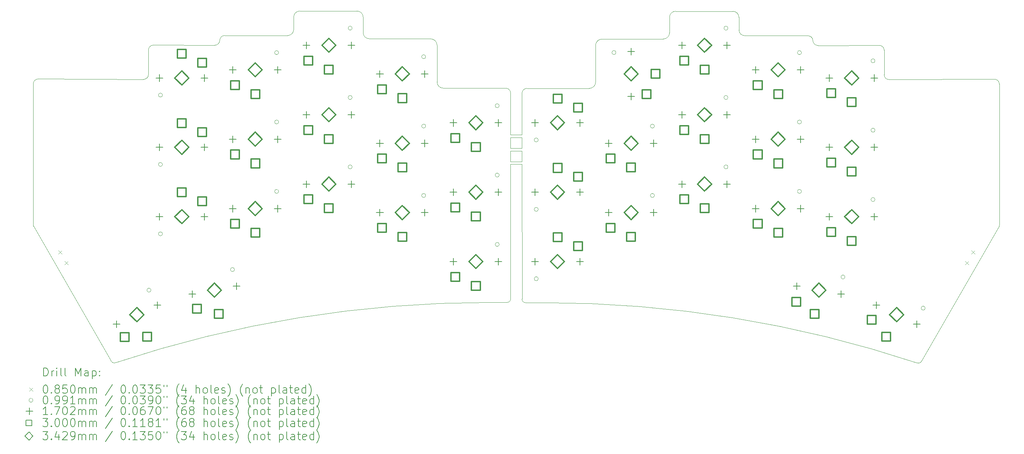
<source format=gbr>
%TF.GenerationSoftware,KiCad,Pcbnew,7.0.6*%
%TF.CreationDate,2023-08-29T21:06:05+02:00*%
%TF.ProjectId,KoalaKeeb,4b6f616c-614b-4656-9562-2e6b69636164,rev?*%
%TF.SameCoordinates,Original*%
%TF.FileFunction,Drillmap*%
%TF.FilePolarity,Positive*%
%FSLAX45Y45*%
G04 Gerber Fmt 4.5, Leading zero omitted, Abs format (unit mm)*
G04 Created by KiCad (PCBNEW 7.0.6) date 2023-08-29 21:06:05*
%MOMM*%
%LPD*%
G01*
G04 APERTURE LIST*
%ADD10C,0.100000*%
%ADD11C,0.200000*%
%ADD12C,0.085000*%
%ADD13C,0.099060*%
%ADD14C,0.170180*%
%ADD15C,0.300000*%
%ADD16C,0.342900*%
G04 APERTURE END LIST*
D10*
X15300000Y-9302640D02*
G75*
G03*
X6179693Y-10779079I0J-28907360D01*
G01*
X16250478Y-4055447D02*
X17780480Y-4055863D01*
X7105147Y-2994731D02*
G75*
G03*
X6984731Y-3115147I3J-120419D01*
G01*
X15850000Y-5190000D02*
X16130000Y-5190000D01*
X6864853Y-3835269D02*
X4285147Y-3824731D01*
X15850000Y-5260000D02*
X16130000Y-5260000D01*
X21440480Y-2315863D02*
X21440480Y-2625863D01*
X15850415Y-4169999D02*
X15850000Y-5190000D01*
X19890480Y-2165860D02*
G75*
G03*
X19740480Y-2315863I0J-150000D01*
G01*
X16680480Y-9308503D02*
X16210480Y-9305863D01*
X12090000Y-2160000D02*
X10690000Y-2160000D01*
X25800787Y-10784940D02*
G75*
G03*
X25916433Y-10733662I29693J89080D01*
G01*
X10393934Y-2760126D02*
X8850000Y-2760000D01*
X27815749Y-3951010D02*
X27818789Y-7405863D01*
X14050000Y-3900000D02*
X14050000Y-3000000D01*
X15850000Y-5910000D02*
X16130000Y-5910000D01*
X14050004Y-3000000D02*
G75*
G03*
X13891886Y-2841886I-158114J0D01*
G01*
X16130000Y-5910000D02*
X16130877Y-9217903D01*
X19590480Y-2845860D02*
G75*
G03*
X19740480Y-2695863I0J150000D01*
G01*
X4161690Y-7400000D02*
G75*
G03*
X4170000Y-7430000I58310J0D01*
G01*
X15850000Y-5590000D02*
X16130000Y-5590000D01*
X16130000Y-5590000D02*
X16130000Y-5850000D01*
X15730001Y-4049584D02*
X14200000Y-4050000D01*
X10690000Y-2160000D02*
G75*
G03*
X10540000Y-2310000I0J-150000D01*
G01*
X16130873Y-9217903D02*
G75*
G03*
X16210480Y-9305863I79607J-7957D01*
G01*
X21440487Y-2625863D02*
G75*
G03*
X21586546Y-2765989I146063J6063D01*
G01*
X18088593Y-2847750D02*
G75*
G03*
X17930480Y-3005863I-3J-158110D01*
G01*
X6984731Y-3115147D02*
X6985269Y-3714853D01*
X16130000Y-5260000D02*
X16130000Y-5520000D01*
X10540000Y-2310000D02*
X10540000Y-2620000D01*
X16250478Y-4055444D02*
G75*
G03*
X16130064Y-4175863I2J-120416D01*
G01*
X25115626Y-3841132D02*
X27695333Y-3830594D01*
X15850000Y-5850000D02*
X15850000Y-5590000D01*
X25916433Y-10733662D02*
X27810480Y-7435863D01*
X4285147Y-3824731D02*
G75*
G03*
X4164731Y-3945147I3J-120419D01*
G01*
X23250903Y-2885863D02*
G75*
G03*
X23375626Y-3005553I124727J5143D01*
G01*
X15770000Y-9300000D02*
G75*
G03*
X15849603Y-9212040I0J80000D01*
G01*
X15850416Y-4169999D02*
G75*
G03*
X15730001Y-4049584I-120416J-1D01*
G01*
X15300000Y-9302640D02*
X15770000Y-9300000D01*
X23375626Y-3005553D02*
X24875333Y-3000594D01*
X21440477Y-2315863D02*
G75*
G03*
X21290480Y-2165863I-149997J3D01*
G01*
X16130000Y-5850000D02*
X15850000Y-5850000D01*
X16130000Y-5520000D02*
X15850000Y-5520000D01*
X19740480Y-2695863D02*
X19740480Y-2315863D01*
X25800787Y-10784942D02*
G75*
G03*
X16680480Y-9308503I-9120307J-27430918D01*
G01*
X23250893Y-2885863D02*
G75*
G03*
X23130480Y-2765447I-120413J3D01*
G01*
X12240000Y-2690000D02*
X12240000Y-2310000D01*
X6864853Y-3835269D02*
G75*
G03*
X6985269Y-3714853I-3J120419D01*
G01*
X27815746Y-3951010D02*
G75*
G03*
X27695333Y-3830594I-120416J0D01*
G01*
X12240000Y-2310000D02*
G75*
G03*
X12090000Y-2160000I-150000J0D01*
G01*
X24995746Y-3121010D02*
G75*
G03*
X24875333Y-3000594I-120416J0D01*
G01*
X16130064Y-4175863D02*
X16130000Y-5190000D01*
X19890480Y-2165863D02*
X21290480Y-2165863D01*
X4164731Y-3945147D02*
X4161690Y-7400000D01*
X24995749Y-3121010D02*
X24995211Y-3720716D01*
X6064047Y-10727798D02*
X4170000Y-7430000D01*
X12240000Y-2690000D02*
G75*
G03*
X12390000Y-2840000I150000J0D01*
G01*
X8850000Y-2759584D02*
G75*
G03*
X8729584Y-2880000I0J-120416D01*
G01*
X14050000Y-3900000D02*
G75*
G03*
X14200000Y-4050000I150000J0D01*
G01*
X15850000Y-5520000D02*
X15850000Y-5260000D01*
X17780480Y-4055860D02*
G75*
G03*
X17930480Y-3905863I0J150000D01*
G01*
X10393934Y-2760126D02*
G75*
G03*
X10540000Y-2620000I-4J146196D01*
G01*
X18088593Y-2847749D02*
X19590480Y-2845863D01*
X8604853Y-2999690D02*
G75*
G03*
X8729584Y-2880000I-3J124840D01*
G01*
X17930480Y-3905863D02*
X17930480Y-3005863D01*
X21586546Y-2765989D02*
X23130480Y-2765863D01*
X6064047Y-10727798D02*
G75*
G03*
X6179693Y-10779078I85953J37798D01*
G01*
X27810478Y-7435862D02*
G75*
G03*
X27818789Y-7405863I-49998J30002D01*
G01*
X13891886Y-2841886D02*
X12390000Y-2840000D01*
X15849603Y-9212040D02*
X15850000Y-5910000D01*
X8604853Y-2999690D02*
X7105147Y-2994731D01*
X24995218Y-3720716D02*
G75*
G03*
X25115626Y-3841132I120412J-4D01*
G01*
D11*
D12*
X4782500Y-8027596D02*
X4867500Y-8112596D01*
X4867500Y-8027596D02*
X4782500Y-8112596D01*
X4932500Y-8287404D02*
X5017500Y-8372404D01*
X5017500Y-8287404D02*
X4932500Y-8372404D01*
X26982500Y-8287404D02*
X27067500Y-8372404D01*
X27067500Y-8287404D02*
X26982500Y-8372404D01*
X27132500Y-8027596D02*
X27217500Y-8112596D01*
X27217500Y-8027596D02*
X27132500Y-8112596D01*
D13*
X7045123Y-8998744D02*
G75*
G03*
X7045123Y-8998744I-49530J0D01*
G01*
X7327530Y-4220000D02*
G75*
G03*
X7327530Y-4220000I-49530J0D01*
G01*
X7327530Y-5920000D02*
G75*
G03*
X7327530Y-5920000I-49530J0D01*
G01*
X7327530Y-7620000D02*
G75*
G03*
X7327530Y-7620000I-49530J0D01*
G01*
X9090667Y-8495736D02*
G75*
G03*
X9090667Y-8495736I-49530J0D01*
G01*
X10171530Y-3180000D02*
G75*
G03*
X10171530Y-3180000I-49530J0D01*
G01*
X10171530Y-4880000D02*
G75*
G03*
X10171530Y-4880000I-49530J0D01*
G01*
X10171530Y-6580000D02*
G75*
G03*
X10171530Y-6580000I-49530J0D01*
G01*
X11971530Y-2580000D02*
G75*
G03*
X11971530Y-2580000I-49530J0D01*
G01*
X11971530Y-4280000D02*
G75*
G03*
X11971530Y-4280000I-49530J0D01*
G01*
X11971530Y-5980000D02*
G75*
G03*
X11971530Y-5980000I-49530J0D01*
G01*
X13771530Y-3280000D02*
G75*
G03*
X13771530Y-3280000I-49530J0D01*
G01*
X13771530Y-4980000D02*
G75*
G03*
X13771530Y-4980000I-49530J0D01*
G01*
X13771530Y-6680000D02*
G75*
G03*
X13771530Y-6680000I-49530J0D01*
G01*
X15571530Y-4480000D02*
G75*
G03*
X15571530Y-4480000I-49530J0D01*
G01*
X15571530Y-6180000D02*
G75*
G03*
X15571530Y-6180000I-49530J0D01*
G01*
X15571530Y-7880000D02*
G75*
G03*
X15571530Y-7880000I-49530J0D01*
G01*
X16527530Y-5320000D02*
G75*
G03*
X16527530Y-5320000I-49530J0D01*
G01*
X16527530Y-7020000D02*
G75*
G03*
X16527530Y-7020000I-49530J0D01*
G01*
X16527530Y-8720000D02*
G75*
G03*
X16527530Y-8720000I-49530J0D01*
G01*
X18429530Y-3178000D02*
G75*
G03*
X18429530Y-3178000I-49530J0D01*
G01*
X19371530Y-4980000D02*
G75*
G03*
X19371530Y-4980000I-49530J0D01*
G01*
X19371530Y-6680000D02*
G75*
G03*
X19371530Y-6680000I-49530J0D01*
G01*
X21171530Y-2580000D02*
G75*
G03*
X21171530Y-2580000I-49530J0D01*
G01*
X21171530Y-4280000D02*
G75*
G03*
X21171530Y-4280000I-49530J0D01*
G01*
X21171530Y-5980000D02*
G75*
G03*
X21171530Y-5980000I-49530J0D01*
G01*
X22971530Y-3180000D02*
G75*
G03*
X22971530Y-3180000I-49530J0D01*
G01*
X22971530Y-4880000D02*
G75*
G03*
X22971530Y-4880000I-49530J0D01*
G01*
X22971530Y-6580000D02*
G75*
G03*
X22971530Y-6580000I-49530J0D01*
G01*
X24036532Y-8677025D02*
G75*
G03*
X24036532Y-8677025I-49530J0D01*
G01*
X24771530Y-3380000D02*
G75*
G03*
X24771530Y-3380000I-49530J0D01*
G01*
X24771530Y-5080000D02*
G75*
G03*
X24771530Y-5080000I-49530J0D01*
G01*
X24771530Y-6780000D02*
G75*
G03*
X24771530Y-6780000I-49530J0D01*
G01*
X26000122Y-9439958D02*
G75*
G03*
X26000122Y-9439958I-49530J0D01*
G01*
D14*
X6201531Y-9747350D02*
X6201531Y-9917530D01*
X6116441Y-9832440D02*
X6286621Y-9832440D01*
X7198469Y-9282470D02*
X7198469Y-9452650D01*
X7113379Y-9367560D02*
X7283559Y-9367560D01*
X7250000Y-3714910D02*
X7250000Y-3885090D01*
X7164910Y-3800000D02*
X7335090Y-3800000D01*
X7250000Y-5414910D02*
X7250000Y-5585090D01*
X7164910Y-5500000D02*
X7335090Y-5500000D01*
X7250000Y-7114910D02*
X7250000Y-7285090D01*
X7164910Y-7200000D02*
X7335090Y-7200000D01*
X8058356Y-9010417D02*
X8058356Y-9180597D01*
X7973266Y-9095507D02*
X8143446Y-9095507D01*
X8350000Y-3714910D02*
X8350000Y-3885090D01*
X8264910Y-3800000D02*
X8435090Y-3800000D01*
X8350000Y-5414910D02*
X8350000Y-5585090D01*
X8264910Y-5500000D02*
X8435090Y-5500000D01*
X8350000Y-7114910D02*
X8350000Y-7285090D01*
X8264910Y-7200000D02*
X8435090Y-7200000D01*
X9050000Y-3514910D02*
X9050000Y-3685090D01*
X8964910Y-3600000D02*
X9135090Y-3600000D01*
X9050000Y-5214910D02*
X9050000Y-5385090D01*
X8964910Y-5300000D02*
X9135090Y-5300000D01*
X9050000Y-6914910D02*
X9050000Y-7085090D01*
X8964910Y-7000000D02*
X9135090Y-7000000D01*
X9141644Y-8819404D02*
X9141644Y-8989584D01*
X9056554Y-8904494D02*
X9226734Y-8904494D01*
X10150000Y-3514910D02*
X10150000Y-3685090D01*
X10064910Y-3600000D02*
X10235090Y-3600000D01*
X10150000Y-5214910D02*
X10150000Y-5385090D01*
X10064910Y-5300000D02*
X10235090Y-5300000D01*
X10150000Y-6914910D02*
X10150000Y-7085090D01*
X10064910Y-7000000D02*
X10235090Y-7000000D01*
X10850000Y-2914910D02*
X10850000Y-3085090D01*
X10764910Y-3000000D02*
X10935090Y-3000000D01*
X10850000Y-4614910D02*
X10850000Y-4785090D01*
X10764910Y-4700000D02*
X10935090Y-4700000D01*
X10850000Y-6314910D02*
X10850000Y-6485090D01*
X10764910Y-6400000D02*
X10935090Y-6400000D01*
X11950000Y-2914910D02*
X11950000Y-3085090D01*
X11864910Y-3000000D02*
X12035090Y-3000000D01*
X11950000Y-4614910D02*
X11950000Y-4785090D01*
X11864910Y-4700000D02*
X12035090Y-4700000D01*
X11950000Y-6314910D02*
X11950000Y-6485090D01*
X11864910Y-6400000D02*
X12035090Y-6400000D01*
X12650000Y-3614910D02*
X12650000Y-3785090D01*
X12564910Y-3700000D02*
X12735090Y-3700000D01*
X12650000Y-5314910D02*
X12650000Y-5485090D01*
X12564910Y-5400000D02*
X12735090Y-5400000D01*
X12650000Y-7014910D02*
X12650000Y-7185090D01*
X12564910Y-7100000D02*
X12735090Y-7100000D01*
X13750000Y-3614910D02*
X13750000Y-3785090D01*
X13664910Y-3700000D02*
X13835090Y-3700000D01*
X13750000Y-5314910D02*
X13750000Y-5485090D01*
X13664910Y-5400000D02*
X13835090Y-5400000D01*
X13750000Y-7014910D02*
X13750000Y-7185090D01*
X13664910Y-7100000D02*
X13835090Y-7100000D01*
X14450000Y-4814910D02*
X14450000Y-4985090D01*
X14364910Y-4900000D02*
X14535090Y-4900000D01*
X14450000Y-6514910D02*
X14450000Y-6685090D01*
X14364910Y-6600000D02*
X14535090Y-6600000D01*
X14450000Y-8214910D02*
X14450000Y-8385090D01*
X14364910Y-8300000D02*
X14535090Y-8300000D01*
X15550000Y-4814910D02*
X15550000Y-4985090D01*
X15464910Y-4900000D02*
X15635090Y-4900000D01*
X15550000Y-6514910D02*
X15550000Y-6685090D01*
X15464910Y-6600000D02*
X15635090Y-6600000D01*
X15550000Y-8214910D02*
X15550000Y-8385090D01*
X15464910Y-8300000D02*
X15635090Y-8300000D01*
X16450000Y-4814910D02*
X16450000Y-4985090D01*
X16364910Y-4900000D02*
X16535090Y-4900000D01*
X16450000Y-6514910D02*
X16450000Y-6685090D01*
X16364910Y-6600000D02*
X16535090Y-6600000D01*
X16450000Y-8214910D02*
X16450000Y-8385090D01*
X16364910Y-8300000D02*
X16535090Y-8300000D01*
X17550000Y-4814910D02*
X17550000Y-4985090D01*
X17464910Y-4900000D02*
X17635090Y-4900000D01*
X17550000Y-6514910D02*
X17550000Y-6685090D01*
X17464910Y-6600000D02*
X17635090Y-6600000D01*
X17550000Y-8214910D02*
X17550000Y-8385090D01*
X17464910Y-8300000D02*
X17635090Y-8300000D01*
X18250000Y-5314910D02*
X18250000Y-5485090D01*
X18164910Y-5400000D02*
X18335090Y-5400000D01*
X18250000Y-7014910D02*
X18250000Y-7185090D01*
X18164910Y-7100000D02*
X18335090Y-7100000D01*
X18800000Y-3064910D02*
X18800000Y-3235090D01*
X18714910Y-3150000D02*
X18885090Y-3150000D01*
X18800000Y-4164910D02*
X18800000Y-4335090D01*
X18714910Y-4250000D02*
X18885090Y-4250000D01*
X19350000Y-5314910D02*
X19350000Y-5485090D01*
X19264910Y-5400000D02*
X19435090Y-5400000D01*
X19350000Y-7014910D02*
X19350000Y-7185090D01*
X19264910Y-7100000D02*
X19435090Y-7100000D01*
X20050000Y-2914910D02*
X20050000Y-3085090D01*
X19964910Y-3000000D02*
X20135090Y-3000000D01*
X20050000Y-4614910D02*
X20050000Y-4785090D01*
X19964910Y-4700000D02*
X20135090Y-4700000D01*
X20050000Y-6314910D02*
X20050000Y-6485090D01*
X19964910Y-6400000D02*
X20135090Y-6400000D01*
X21150000Y-2914910D02*
X21150000Y-3085090D01*
X21064910Y-3000000D02*
X21235090Y-3000000D01*
X21150000Y-4614910D02*
X21150000Y-4785090D01*
X21064910Y-4700000D02*
X21235090Y-4700000D01*
X21150000Y-6314910D02*
X21150000Y-6485090D01*
X21064910Y-6400000D02*
X21235090Y-6400000D01*
X21850000Y-3514910D02*
X21850000Y-3685090D01*
X21764910Y-3600000D02*
X21935090Y-3600000D01*
X21850000Y-5214910D02*
X21850000Y-5385090D01*
X21764910Y-5300000D02*
X21935090Y-5300000D01*
X21850000Y-6914910D02*
X21850000Y-7085090D01*
X21764910Y-7000000D02*
X21935090Y-7000000D01*
X22858356Y-8819404D02*
X22858356Y-8989584D01*
X22773266Y-8904494D02*
X22943446Y-8904494D01*
X22950000Y-3514910D02*
X22950000Y-3685090D01*
X22864910Y-3600000D02*
X23035090Y-3600000D01*
X22950000Y-5214910D02*
X22950000Y-5385090D01*
X22864910Y-5300000D02*
X23035090Y-5300000D01*
X22950000Y-6914910D02*
X22950000Y-7085090D01*
X22864910Y-7000000D02*
X23035090Y-7000000D01*
X23650000Y-3714910D02*
X23650000Y-3885090D01*
X23564910Y-3800000D02*
X23735090Y-3800000D01*
X23650000Y-5414910D02*
X23650000Y-5585090D01*
X23564910Y-5500000D02*
X23735090Y-5500000D01*
X23650000Y-7114910D02*
X23650000Y-7285090D01*
X23564910Y-7200000D02*
X23735090Y-7200000D01*
X23941644Y-9010417D02*
X23941644Y-9180597D01*
X23856554Y-9095507D02*
X24026734Y-9095507D01*
X24750000Y-3714910D02*
X24750000Y-3885090D01*
X24664910Y-3800000D02*
X24835090Y-3800000D01*
X24750000Y-5414910D02*
X24750000Y-5585090D01*
X24664910Y-5500000D02*
X24835090Y-5500000D01*
X24750000Y-7114910D02*
X24750000Y-7285090D01*
X24664910Y-7200000D02*
X24835090Y-7200000D01*
X24801531Y-9282470D02*
X24801531Y-9452650D01*
X24716441Y-9367560D02*
X24886621Y-9367560D01*
X25798469Y-9747350D02*
X25798469Y-9917530D01*
X25713379Y-9832440D02*
X25883559Y-9832440D01*
D15*
X6511395Y-10257242D02*
X6511395Y-10045108D01*
X6299261Y-10045108D01*
X6299261Y-10257242D01*
X6511395Y-10257242D01*
X7057525Y-10245320D02*
X7057525Y-10033186D01*
X6845391Y-10033186D01*
X6845391Y-10245320D01*
X7057525Y-10245320D01*
X7906067Y-3311067D02*
X7906067Y-3098933D01*
X7693933Y-3098933D01*
X7693933Y-3311067D01*
X7906067Y-3311067D01*
X7906067Y-5011067D02*
X7906067Y-4798933D01*
X7693933Y-4798933D01*
X7693933Y-5011067D01*
X7906067Y-5011067D01*
X7906067Y-6711067D02*
X7906067Y-6498933D01*
X7693933Y-6498933D01*
X7693933Y-6711067D01*
X7906067Y-6711067D01*
X8278781Y-9562194D02*
X8278781Y-9350060D01*
X8066647Y-9350060D01*
X8066647Y-9562194D01*
X8278781Y-9562194D01*
X8406067Y-3531067D02*
X8406067Y-3318933D01*
X8193933Y-3318933D01*
X8193933Y-3531067D01*
X8406067Y-3531067D01*
X8406067Y-5231067D02*
X8406067Y-5018933D01*
X8193933Y-5018933D01*
X8193933Y-5231067D01*
X8406067Y-5231067D01*
X8406067Y-6931067D02*
X8406067Y-6718933D01*
X8193933Y-6718933D01*
X8193933Y-6931067D01*
X8406067Y-6931067D01*
X8809388Y-9692028D02*
X8809388Y-9479894D01*
X8597254Y-9479894D01*
X8597254Y-9692028D01*
X8809388Y-9692028D01*
X9206067Y-4081067D02*
X9206067Y-3868933D01*
X8993933Y-3868933D01*
X8993933Y-4081067D01*
X9206067Y-4081067D01*
X9206067Y-5781067D02*
X9206067Y-5568933D01*
X8993933Y-5568933D01*
X8993933Y-5781067D01*
X9206067Y-5781067D01*
X9206067Y-7481067D02*
X9206067Y-7268933D01*
X8993933Y-7268933D01*
X8993933Y-7481067D01*
X9206067Y-7481067D01*
X9706067Y-4301067D02*
X9706067Y-4088933D01*
X9493933Y-4088933D01*
X9493933Y-4301067D01*
X9706067Y-4301067D01*
X9706067Y-6001067D02*
X9706067Y-5788933D01*
X9493933Y-5788933D01*
X9493933Y-6001067D01*
X9706067Y-6001067D01*
X9706067Y-7701067D02*
X9706067Y-7488933D01*
X9493933Y-7488933D01*
X9493933Y-7701067D01*
X9706067Y-7701067D01*
X11006067Y-3481067D02*
X11006067Y-3268933D01*
X10793933Y-3268933D01*
X10793933Y-3481067D01*
X11006067Y-3481067D01*
X11006067Y-5181067D02*
X11006067Y-4968933D01*
X10793933Y-4968933D01*
X10793933Y-5181067D01*
X11006067Y-5181067D01*
X11006067Y-6881067D02*
X11006067Y-6668933D01*
X10793933Y-6668933D01*
X10793933Y-6881067D01*
X11006067Y-6881067D01*
X11506067Y-3701067D02*
X11506067Y-3488933D01*
X11293933Y-3488933D01*
X11293933Y-3701067D01*
X11506067Y-3701067D01*
X11506067Y-5401067D02*
X11506067Y-5188933D01*
X11293933Y-5188933D01*
X11293933Y-5401067D01*
X11506067Y-5401067D01*
X11506067Y-7101067D02*
X11506067Y-6888933D01*
X11293933Y-6888933D01*
X11293933Y-7101067D01*
X11506067Y-7101067D01*
X12806067Y-4181067D02*
X12806067Y-3968933D01*
X12593933Y-3968933D01*
X12593933Y-4181067D01*
X12806067Y-4181067D01*
X12806067Y-5881067D02*
X12806067Y-5668933D01*
X12593933Y-5668933D01*
X12593933Y-5881067D01*
X12806067Y-5881067D01*
X12806067Y-7581067D02*
X12806067Y-7368933D01*
X12593933Y-7368933D01*
X12593933Y-7581067D01*
X12806067Y-7581067D01*
X13306067Y-4401067D02*
X13306067Y-4188933D01*
X13093933Y-4188933D01*
X13093933Y-4401067D01*
X13306067Y-4401067D01*
X13306067Y-6101067D02*
X13306067Y-5888933D01*
X13093933Y-5888933D01*
X13093933Y-6101067D01*
X13306067Y-6101067D01*
X13306067Y-7801067D02*
X13306067Y-7588933D01*
X13093933Y-7588933D01*
X13093933Y-7801067D01*
X13306067Y-7801067D01*
X14606067Y-5381067D02*
X14606067Y-5168933D01*
X14393933Y-5168933D01*
X14393933Y-5381067D01*
X14606067Y-5381067D01*
X14606067Y-7081067D02*
X14606067Y-6868933D01*
X14393933Y-6868933D01*
X14393933Y-7081067D01*
X14606067Y-7081067D01*
X14606067Y-8781067D02*
X14606067Y-8568933D01*
X14393933Y-8568933D01*
X14393933Y-8781067D01*
X14606067Y-8781067D01*
X15106067Y-5601067D02*
X15106067Y-5388933D01*
X14893933Y-5388933D01*
X14893933Y-5601067D01*
X15106067Y-5601067D01*
X15106067Y-7301067D02*
X15106067Y-7088933D01*
X14893933Y-7088933D01*
X14893933Y-7301067D01*
X15106067Y-7301067D01*
X15106067Y-9001067D02*
X15106067Y-8788933D01*
X14893933Y-8788933D01*
X14893933Y-9001067D01*
X15106067Y-9001067D01*
X17106067Y-4411067D02*
X17106067Y-4198933D01*
X16893933Y-4198933D01*
X16893933Y-4411067D01*
X17106067Y-4411067D01*
X17106067Y-6111067D02*
X17106067Y-5898933D01*
X16893933Y-5898933D01*
X16893933Y-6111067D01*
X17106067Y-6111067D01*
X17106067Y-7811067D02*
X17106067Y-7598933D01*
X16893933Y-7598933D01*
X16893933Y-7811067D01*
X17106067Y-7811067D01*
X17606067Y-4631067D02*
X17606067Y-4418933D01*
X17393933Y-4418933D01*
X17393933Y-4631067D01*
X17606067Y-4631067D01*
X17606067Y-6331067D02*
X17606067Y-6118933D01*
X17393933Y-6118933D01*
X17393933Y-6331067D01*
X17606067Y-6331067D01*
X17606067Y-8031067D02*
X17606067Y-7818933D01*
X17393933Y-7818933D01*
X17393933Y-8031067D01*
X17606067Y-8031067D01*
X18406067Y-5881067D02*
X18406067Y-5668933D01*
X18193933Y-5668933D01*
X18193933Y-5881067D01*
X18406067Y-5881067D01*
X18406067Y-7581067D02*
X18406067Y-7368933D01*
X18193933Y-7368933D01*
X18193933Y-7581067D01*
X18406067Y-7581067D01*
X18906067Y-6101067D02*
X18906067Y-5888933D01*
X18693933Y-5888933D01*
X18693933Y-6101067D01*
X18906067Y-6101067D01*
X18906067Y-7801067D02*
X18906067Y-7588933D01*
X18693933Y-7588933D01*
X18693933Y-7801067D01*
X18906067Y-7801067D01*
X19281067Y-4306067D02*
X19281067Y-4093933D01*
X19068933Y-4093933D01*
X19068933Y-4306067D01*
X19281067Y-4306067D01*
X19501067Y-3806067D02*
X19501067Y-3593933D01*
X19288933Y-3593933D01*
X19288933Y-3806067D01*
X19501067Y-3806067D01*
X20206067Y-3481067D02*
X20206067Y-3268933D01*
X19993933Y-3268933D01*
X19993933Y-3481067D01*
X20206067Y-3481067D01*
X20206067Y-5181067D02*
X20206067Y-4968933D01*
X19993933Y-4968933D01*
X19993933Y-5181067D01*
X20206067Y-5181067D01*
X20206067Y-6881067D02*
X20206067Y-6668933D01*
X19993933Y-6668933D01*
X19993933Y-6881067D01*
X20206067Y-6881067D01*
X20706067Y-3701067D02*
X20706067Y-3488933D01*
X20493933Y-3488933D01*
X20493933Y-3701067D01*
X20706067Y-3701067D01*
X20706067Y-5401067D02*
X20706067Y-5188933D01*
X20493933Y-5188933D01*
X20493933Y-5401067D01*
X20706067Y-5401067D01*
X20706067Y-7101067D02*
X20706067Y-6888933D01*
X20493933Y-6888933D01*
X20493933Y-7101067D01*
X20706067Y-7101067D01*
X22006067Y-4081067D02*
X22006067Y-3868933D01*
X21793933Y-3868933D01*
X21793933Y-4081067D01*
X22006067Y-4081067D01*
X22006067Y-5781067D02*
X22006067Y-5568933D01*
X21793933Y-5568933D01*
X21793933Y-5781067D01*
X22006067Y-5781067D01*
X22006067Y-7481067D02*
X22006067Y-7268933D01*
X21793933Y-7268933D01*
X21793933Y-7481067D01*
X22006067Y-7481067D01*
X22506067Y-4301067D02*
X22506067Y-4088933D01*
X22293933Y-4088933D01*
X22293933Y-4301067D01*
X22506067Y-4301067D01*
X22506067Y-6001067D02*
X22506067Y-5788933D01*
X22293933Y-5788933D01*
X22293933Y-6001067D01*
X22506067Y-6001067D01*
X22506067Y-7701067D02*
X22506067Y-7488933D01*
X22293933Y-7488933D01*
X22293933Y-7701067D01*
X22506067Y-7701067D01*
X22948545Y-9388546D02*
X22948545Y-9176412D01*
X22736411Y-9176412D01*
X22736411Y-9388546D01*
X22948545Y-9388546D01*
X23402746Y-9692028D02*
X23402746Y-9479894D01*
X23190612Y-9479894D01*
X23190612Y-9692028D01*
X23402746Y-9692028D01*
X23806067Y-4281067D02*
X23806067Y-4068933D01*
X23593933Y-4068933D01*
X23593933Y-4281067D01*
X23806067Y-4281067D01*
X23806067Y-5981067D02*
X23806067Y-5768933D01*
X23593933Y-5768933D01*
X23593933Y-5981067D01*
X23806067Y-5981067D01*
X23806067Y-7681067D02*
X23806067Y-7468933D01*
X23593933Y-7468933D01*
X23593933Y-7681067D01*
X23806067Y-7681067D01*
X24306067Y-4501067D02*
X24306067Y-4288933D01*
X24093933Y-4288933D01*
X24093933Y-4501067D01*
X24306067Y-4501067D01*
X24306067Y-6201067D02*
X24306067Y-5988933D01*
X24093933Y-5988933D01*
X24093933Y-6201067D01*
X24306067Y-6201067D01*
X24306067Y-7901067D02*
X24306067Y-7688933D01*
X24093933Y-7688933D01*
X24093933Y-7901067D01*
X24306067Y-7901067D01*
X24794431Y-9834623D02*
X24794431Y-9622489D01*
X24582297Y-9622489D01*
X24582297Y-9834623D01*
X24794431Y-9834623D01*
X25154609Y-10245320D02*
X25154609Y-10033186D01*
X24942475Y-10033186D01*
X24942475Y-10245320D01*
X25154609Y-10245320D01*
D16*
X6700000Y-9771450D02*
X6871450Y-9600000D01*
X6700000Y-9428550D01*
X6528550Y-9600000D01*
X6700000Y-9771450D01*
X7800000Y-3971450D02*
X7971450Y-3800000D01*
X7800000Y-3628550D01*
X7628550Y-3800000D01*
X7800000Y-3971450D01*
X7800000Y-5671450D02*
X7971450Y-5500000D01*
X7800000Y-5328550D01*
X7628550Y-5500000D01*
X7800000Y-5671450D01*
X7800000Y-7371450D02*
X7971450Y-7200000D01*
X7800000Y-7028550D01*
X7628550Y-7200000D01*
X7800000Y-7371450D01*
X8600000Y-9171450D02*
X8771450Y-9000000D01*
X8600000Y-8828550D01*
X8428550Y-9000000D01*
X8600000Y-9171450D01*
X9600000Y-3771450D02*
X9771450Y-3600000D01*
X9600000Y-3428550D01*
X9428550Y-3600000D01*
X9600000Y-3771450D01*
X9600000Y-5471450D02*
X9771450Y-5300000D01*
X9600000Y-5128550D01*
X9428550Y-5300000D01*
X9600000Y-5471450D01*
X9600000Y-7171450D02*
X9771450Y-7000000D01*
X9600000Y-6828550D01*
X9428550Y-7000000D01*
X9600000Y-7171450D01*
X11400000Y-3171450D02*
X11571450Y-3000000D01*
X11400000Y-2828550D01*
X11228550Y-3000000D01*
X11400000Y-3171450D01*
X11400000Y-4871450D02*
X11571450Y-4700000D01*
X11400000Y-4528550D01*
X11228550Y-4700000D01*
X11400000Y-4871450D01*
X11400000Y-6571450D02*
X11571450Y-6400000D01*
X11400000Y-6228550D01*
X11228550Y-6400000D01*
X11400000Y-6571450D01*
X13200000Y-3871450D02*
X13371450Y-3700000D01*
X13200000Y-3528550D01*
X13028550Y-3700000D01*
X13200000Y-3871450D01*
X13200000Y-5571450D02*
X13371450Y-5400000D01*
X13200000Y-5228550D01*
X13028550Y-5400000D01*
X13200000Y-5571450D01*
X13200000Y-7271450D02*
X13371450Y-7100000D01*
X13200000Y-6928550D01*
X13028550Y-7100000D01*
X13200000Y-7271450D01*
X15000000Y-5071450D02*
X15171450Y-4900000D01*
X15000000Y-4728550D01*
X14828550Y-4900000D01*
X15000000Y-5071450D01*
X15000000Y-6771450D02*
X15171450Y-6600000D01*
X15000000Y-6428550D01*
X14828550Y-6600000D01*
X15000000Y-6771450D01*
X15000000Y-8471450D02*
X15171450Y-8300000D01*
X15000000Y-8128550D01*
X14828550Y-8300000D01*
X15000000Y-8471450D01*
X17000000Y-5071450D02*
X17171450Y-4900000D01*
X17000000Y-4728550D01*
X16828550Y-4900000D01*
X17000000Y-5071450D01*
X17000000Y-6771450D02*
X17171450Y-6600000D01*
X17000000Y-6428550D01*
X16828550Y-6600000D01*
X17000000Y-6771450D01*
X17000000Y-8471450D02*
X17171450Y-8300000D01*
X17000000Y-8128550D01*
X16828550Y-8300000D01*
X17000000Y-8471450D01*
X18800000Y-3871450D02*
X18971450Y-3700000D01*
X18800000Y-3528550D01*
X18628550Y-3700000D01*
X18800000Y-3871450D01*
X18800000Y-5571450D02*
X18971450Y-5400000D01*
X18800000Y-5228550D01*
X18628550Y-5400000D01*
X18800000Y-5571450D01*
X18800000Y-7271450D02*
X18971450Y-7100000D01*
X18800000Y-6928550D01*
X18628550Y-7100000D01*
X18800000Y-7271450D01*
X20600000Y-3171450D02*
X20771450Y-3000000D01*
X20600000Y-2828550D01*
X20428550Y-3000000D01*
X20600000Y-3171450D01*
X20600000Y-4871450D02*
X20771450Y-4700000D01*
X20600000Y-4528550D01*
X20428550Y-4700000D01*
X20600000Y-4871450D01*
X20600000Y-6571450D02*
X20771450Y-6400000D01*
X20600000Y-6228550D01*
X20428550Y-6400000D01*
X20600000Y-6571450D01*
X22400000Y-3771450D02*
X22571450Y-3600000D01*
X22400000Y-3428550D01*
X22228550Y-3600000D01*
X22400000Y-3771450D01*
X22400000Y-5471450D02*
X22571450Y-5300000D01*
X22400000Y-5128550D01*
X22228550Y-5300000D01*
X22400000Y-5471450D01*
X22400000Y-7171450D02*
X22571450Y-7000000D01*
X22400000Y-6828550D01*
X22228550Y-7000000D01*
X22400000Y-7171450D01*
X23400000Y-9171450D02*
X23571450Y-9000000D01*
X23400000Y-8828550D01*
X23228550Y-9000000D01*
X23400000Y-9171450D01*
X24200000Y-3971450D02*
X24371450Y-3800000D01*
X24200000Y-3628550D01*
X24028550Y-3800000D01*
X24200000Y-3971450D01*
X24200000Y-5671450D02*
X24371450Y-5500000D01*
X24200000Y-5328550D01*
X24028550Y-5500000D01*
X24200000Y-5671450D01*
X24200000Y-7371450D02*
X24371450Y-7200000D01*
X24200000Y-7028550D01*
X24028550Y-7200000D01*
X24200000Y-7371450D01*
X25300000Y-9771450D02*
X25471450Y-9600000D01*
X25300000Y-9428550D01*
X25128550Y-9600000D01*
X25300000Y-9771450D01*
D11*
X4417467Y-11106242D02*
X4417467Y-10906242D01*
X4417467Y-10906242D02*
X4465086Y-10906242D01*
X4465086Y-10906242D02*
X4493658Y-10915765D01*
X4493658Y-10915765D02*
X4512705Y-10934813D01*
X4512705Y-10934813D02*
X4522229Y-10953861D01*
X4522229Y-10953861D02*
X4531753Y-10991956D01*
X4531753Y-10991956D02*
X4531753Y-11020527D01*
X4531753Y-11020527D02*
X4522229Y-11058623D01*
X4522229Y-11058623D02*
X4512705Y-11077670D01*
X4512705Y-11077670D02*
X4493658Y-11096718D01*
X4493658Y-11096718D02*
X4465086Y-11106242D01*
X4465086Y-11106242D02*
X4417467Y-11106242D01*
X4617467Y-11106242D02*
X4617467Y-10972908D01*
X4617467Y-11011004D02*
X4626991Y-10991956D01*
X4626991Y-10991956D02*
X4636515Y-10982432D01*
X4636515Y-10982432D02*
X4655563Y-10972908D01*
X4655563Y-10972908D02*
X4674610Y-10972908D01*
X4741277Y-11106242D02*
X4741277Y-10972908D01*
X4741277Y-10906242D02*
X4731753Y-10915765D01*
X4731753Y-10915765D02*
X4741277Y-10925289D01*
X4741277Y-10925289D02*
X4750801Y-10915765D01*
X4750801Y-10915765D02*
X4741277Y-10906242D01*
X4741277Y-10906242D02*
X4741277Y-10925289D01*
X4865086Y-11106242D02*
X4846039Y-11096718D01*
X4846039Y-11096718D02*
X4836515Y-11077670D01*
X4836515Y-11077670D02*
X4836515Y-10906242D01*
X4969848Y-11106242D02*
X4950801Y-11096718D01*
X4950801Y-11096718D02*
X4941277Y-11077670D01*
X4941277Y-11077670D02*
X4941277Y-10906242D01*
X5198420Y-11106242D02*
X5198420Y-10906242D01*
X5198420Y-10906242D02*
X5265086Y-11049099D01*
X5265086Y-11049099D02*
X5331753Y-10906242D01*
X5331753Y-10906242D02*
X5331753Y-11106242D01*
X5512705Y-11106242D02*
X5512705Y-11001480D01*
X5512705Y-11001480D02*
X5503182Y-10982432D01*
X5503182Y-10982432D02*
X5484134Y-10972908D01*
X5484134Y-10972908D02*
X5446039Y-10972908D01*
X5446039Y-10972908D02*
X5426991Y-10982432D01*
X5512705Y-11096718D02*
X5493658Y-11106242D01*
X5493658Y-11106242D02*
X5446039Y-11106242D01*
X5446039Y-11106242D02*
X5426991Y-11096718D01*
X5426991Y-11096718D02*
X5417467Y-11077670D01*
X5417467Y-11077670D02*
X5417467Y-11058623D01*
X5417467Y-11058623D02*
X5426991Y-11039575D01*
X5426991Y-11039575D02*
X5446039Y-11030051D01*
X5446039Y-11030051D02*
X5493658Y-11030051D01*
X5493658Y-11030051D02*
X5512705Y-11020527D01*
X5607943Y-10972908D02*
X5607943Y-11172908D01*
X5607943Y-10982432D02*
X5626991Y-10972908D01*
X5626991Y-10972908D02*
X5665086Y-10972908D01*
X5665086Y-10972908D02*
X5684134Y-10982432D01*
X5684134Y-10982432D02*
X5693658Y-10991956D01*
X5693658Y-10991956D02*
X5703182Y-11011004D01*
X5703182Y-11011004D02*
X5703182Y-11068146D01*
X5703182Y-11068146D02*
X5693658Y-11087194D01*
X5693658Y-11087194D02*
X5684134Y-11096718D01*
X5684134Y-11096718D02*
X5665086Y-11106242D01*
X5665086Y-11106242D02*
X5626991Y-11106242D01*
X5626991Y-11106242D02*
X5607943Y-11096718D01*
X5788896Y-11087194D02*
X5798420Y-11096718D01*
X5798420Y-11096718D02*
X5788896Y-11106242D01*
X5788896Y-11106242D02*
X5779372Y-11096718D01*
X5779372Y-11096718D02*
X5788896Y-11087194D01*
X5788896Y-11087194D02*
X5788896Y-11106242D01*
X5788896Y-10982432D02*
X5798420Y-10991956D01*
X5798420Y-10991956D02*
X5788896Y-11001480D01*
X5788896Y-11001480D02*
X5779372Y-10991956D01*
X5779372Y-10991956D02*
X5788896Y-10982432D01*
X5788896Y-10982432D02*
X5788896Y-11001480D01*
D12*
X4071690Y-11392258D02*
X4156690Y-11477258D01*
X4156690Y-11392258D02*
X4071690Y-11477258D01*
D11*
X4455563Y-11326242D02*
X4474610Y-11326242D01*
X4474610Y-11326242D02*
X4493658Y-11335765D01*
X4493658Y-11335765D02*
X4503182Y-11345289D01*
X4503182Y-11345289D02*
X4512705Y-11364337D01*
X4512705Y-11364337D02*
X4522229Y-11402432D01*
X4522229Y-11402432D02*
X4522229Y-11450051D01*
X4522229Y-11450051D02*
X4512705Y-11488146D01*
X4512705Y-11488146D02*
X4503182Y-11507194D01*
X4503182Y-11507194D02*
X4493658Y-11516718D01*
X4493658Y-11516718D02*
X4474610Y-11526242D01*
X4474610Y-11526242D02*
X4455563Y-11526242D01*
X4455563Y-11526242D02*
X4436515Y-11516718D01*
X4436515Y-11516718D02*
X4426991Y-11507194D01*
X4426991Y-11507194D02*
X4417467Y-11488146D01*
X4417467Y-11488146D02*
X4407944Y-11450051D01*
X4407944Y-11450051D02*
X4407944Y-11402432D01*
X4407944Y-11402432D02*
X4417467Y-11364337D01*
X4417467Y-11364337D02*
X4426991Y-11345289D01*
X4426991Y-11345289D02*
X4436515Y-11335765D01*
X4436515Y-11335765D02*
X4455563Y-11326242D01*
X4607944Y-11507194D02*
X4617467Y-11516718D01*
X4617467Y-11516718D02*
X4607944Y-11526242D01*
X4607944Y-11526242D02*
X4598420Y-11516718D01*
X4598420Y-11516718D02*
X4607944Y-11507194D01*
X4607944Y-11507194D02*
X4607944Y-11526242D01*
X4731753Y-11411956D02*
X4712705Y-11402432D01*
X4712705Y-11402432D02*
X4703182Y-11392908D01*
X4703182Y-11392908D02*
X4693658Y-11373861D01*
X4693658Y-11373861D02*
X4693658Y-11364337D01*
X4693658Y-11364337D02*
X4703182Y-11345289D01*
X4703182Y-11345289D02*
X4712705Y-11335765D01*
X4712705Y-11335765D02*
X4731753Y-11326242D01*
X4731753Y-11326242D02*
X4769848Y-11326242D01*
X4769848Y-11326242D02*
X4788896Y-11335765D01*
X4788896Y-11335765D02*
X4798420Y-11345289D01*
X4798420Y-11345289D02*
X4807944Y-11364337D01*
X4807944Y-11364337D02*
X4807944Y-11373861D01*
X4807944Y-11373861D02*
X4798420Y-11392908D01*
X4798420Y-11392908D02*
X4788896Y-11402432D01*
X4788896Y-11402432D02*
X4769848Y-11411956D01*
X4769848Y-11411956D02*
X4731753Y-11411956D01*
X4731753Y-11411956D02*
X4712705Y-11421480D01*
X4712705Y-11421480D02*
X4703182Y-11431003D01*
X4703182Y-11431003D02*
X4693658Y-11450051D01*
X4693658Y-11450051D02*
X4693658Y-11488146D01*
X4693658Y-11488146D02*
X4703182Y-11507194D01*
X4703182Y-11507194D02*
X4712705Y-11516718D01*
X4712705Y-11516718D02*
X4731753Y-11526242D01*
X4731753Y-11526242D02*
X4769848Y-11526242D01*
X4769848Y-11526242D02*
X4788896Y-11516718D01*
X4788896Y-11516718D02*
X4798420Y-11507194D01*
X4798420Y-11507194D02*
X4807944Y-11488146D01*
X4807944Y-11488146D02*
X4807944Y-11450051D01*
X4807944Y-11450051D02*
X4798420Y-11431003D01*
X4798420Y-11431003D02*
X4788896Y-11421480D01*
X4788896Y-11421480D02*
X4769848Y-11411956D01*
X4988896Y-11326242D02*
X4893658Y-11326242D01*
X4893658Y-11326242D02*
X4884134Y-11421480D01*
X4884134Y-11421480D02*
X4893658Y-11411956D01*
X4893658Y-11411956D02*
X4912705Y-11402432D01*
X4912705Y-11402432D02*
X4960325Y-11402432D01*
X4960325Y-11402432D02*
X4979372Y-11411956D01*
X4979372Y-11411956D02*
X4988896Y-11421480D01*
X4988896Y-11421480D02*
X4998420Y-11440527D01*
X4998420Y-11440527D02*
X4998420Y-11488146D01*
X4998420Y-11488146D02*
X4988896Y-11507194D01*
X4988896Y-11507194D02*
X4979372Y-11516718D01*
X4979372Y-11516718D02*
X4960325Y-11526242D01*
X4960325Y-11526242D02*
X4912705Y-11526242D01*
X4912705Y-11526242D02*
X4893658Y-11516718D01*
X4893658Y-11516718D02*
X4884134Y-11507194D01*
X5122229Y-11326242D02*
X5141277Y-11326242D01*
X5141277Y-11326242D02*
X5160325Y-11335765D01*
X5160325Y-11335765D02*
X5169848Y-11345289D01*
X5169848Y-11345289D02*
X5179372Y-11364337D01*
X5179372Y-11364337D02*
X5188896Y-11402432D01*
X5188896Y-11402432D02*
X5188896Y-11450051D01*
X5188896Y-11450051D02*
X5179372Y-11488146D01*
X5179372Y-11488146D02*
X5169848Y-11507194D01*
X5169848Y-11507194D02*
X5160325Y-11516718D01*
X5160325Y-11516718D02*
X5141277Y-11526242D01*
X5141277Y-11526242D02*
X5122229Y-11526242D01*
X5122229Y-11526242D02*
X5103182Y-11516718D01*
X5103182Y-11516718D02*
X5093658Y-11507194D01*
X5093658Y-11507194D02*
X5084134Y-11488146D01*
X5084134Y-11488146D02*
X5074610Y-11450051D01*
X5074610Y-11450051D02*
X5074610Y-11402432D01*
X5074610Y-11402432D02*
X5084134Y-11364337D01*
X5084134Y-11364337D02*
X5093658Y-11345289D01*
X5093658Y-11345289D02*
X5103182Y-11335765D01*
X5103182Y-11335765D02*
X5122229Y-11326242D01*
X5274610Y-11526242D02*
X5274610Y-11392908D01*
X5274610Y-11411956D02*
X5284134Y-11402432D01*
X5284134Y-11402432D02*
X5303182Y-11392908D01*
X5303182Y-11392908D02*
X5331753Y-11392908D01*
X5331753Y-11392908D02*
X5350801Y-11402432D01*
X5350801Y-11402432D02*
X5360325Y-11421480D01*
X5360325Y-11421480D02*
X5360325Y-11526242D01*
X5360325Y-11421480D02*
X5369848Y-11402432D01*
X5369848Y-11402432D02*
X5388896Y-11392908D01*
X5388896Y-11392908D02*
X5417467Y-11392908D01*
X5417467Y-11392908D02*
X5436515Y-11402432D01*
X5436515Y-11402432D02*
X5446039Y-11421480D01*
X5446039Y-11421480D02*
X5446039Y-11526242D01*
X5541277Y-11526242D02*
X5541277Y-11392908D01*
X5541277Y-11411956D02*
X5550801Y-11402432D01*
X5550801Y-11402432D02*
X5569848Y-11392908D01*
X5569848Y-11392908D02*
X5598420Y-11392908D01*
X5598420Y-11392908D02*
X5617467Y-11402432D01*
X5617467Y-11402432D02*
X5626991Y-11421480D01*
X5626991Y-11421480D02*
X5626991Y-11526242D01*
X5626991Y-11421480D02*
X5636515Y-11402432D01*
X5636515Y-11402432D02*
X5655563Y-11392908D01*
X5655563Y-11392908D02*
X5684134Y-11392908D01*
X5684134Y-11392908D02*
X5703182Y-11402432D01*
X5703182Y-11402432D02*
X5712705Y-11421480D01*
X5712705Y-11421480D02*
X5712705Y-11526242D01*
X6103182Y-11316718D02*
X5931753Y-11573861D01*
X6360325Y-11326242D02*
X6379372Y-11326242D01*
X6379372Y-11326242D02*
X6398420Y-11335765D01*
X6398420Y-11335765D02*
X6407944Y-11345289D01*
X6407944Y-11345289D02*
X6417467Y-11364337D01*
X6417467Y-11364337D02*
X6426991Y-11402432D01*
X6426991Y-11402432D02*
X6426991Y-11450051D01*
X6426991Y-11450051D02*
X6417467Y-11488146D01*
X6417467Y-11488146D02*
X6407944Y-11507194D01*
X6407944Y-11507194D02*
X6398420Y-11516718D01*
X6398420Y-11516718D02*
X6379372Y-11526242D01*
X6379372Y-11526242D02*
X6360325Y-11526242D01*
X6360325Y-11526242D02*
X6341277Y-11516718D01*
X6341277Y-11516718D02*
X6331753Y-11507194D01*
X6331753Y-11507194D02*
X6322229Y-11488146D01*
X6322229Y-11488146D02*
X6312706Y-11450051D01*
X6312706Y-11450051D02*
X6312706Y-11402432D01*
X6312706Y-11402432D02*
X6322229Y-11364337D01*
X6322229Y-11364337D02*
X6331753Y-11345289D01*
X6331753Y-11345289D02*
X6341277Y-11335765D01*
X6341277Y-11335765D02*
X6360325Y-11326242D01*
X6512706Y-11507194D02*
X6522229Y-11516718D01*
X6522229Y-11516718D02*
X6512706Y-11526242D01*
X6512706Y-11526242D02*
X6503182Y-11516718D01*
X6503182Y-11516718D02*
X6512706Y-11507194D01*
X6512706Y-11507194D02*
X6512706Y-11526242D01*
X6646039Y-11326242D02*
X6665087Y-11326242D01*
X6665087Y-11326242D02*
X6684134Y-11335765D01*
X6684134Y-11335765D02*
X6693658Y-11345289D01*
X6693658Y-11345289D02*
X6703182Y-11364337D01*
X6703182Y-11364337D02*
X6712706Y-11402432D01*
X6712706Y-11402432D02*
X6712706Y-11450051D01*
X6712706Y-11450051D02*
X6703182Y-11488146D01*
X6703182Y-11488146D02*
X6693658Y-11507194D01*
X6693658Y-11507194D02*
X6684134Y-11516718D01*
X6684134Y-11516718D02*
X6665087Y-11526242D01*
X6665087Y-11526242D02*
X6646039Y-11526242D01*
X6646039Y-11526242D02*
X6626991Y-11516718D01*
X6626991Y-11516718D02*
X6617467Y-11507194D01*
X6617467Y-11507194D02*
X6607944Y-11488146D01*
X6607944Y-11488146D02*
X6598420Y-11450051D01*
X6598420Y-11450051D02*
X6598420Y-11402432D01*
X6598420Y-11402432D02*
X6607944Y-11364337D01*
X6607944Y-11364337D02*
X6617467Y-11345289D01*
X6617467Y-11345289D02*
X6626991Y-11335765D01*
X6626991Y-11335765D02*
X6646039Y-11326242D01*
X6779372Y-11326242D02*
X6903182Y-11326242D01*
X6903182Y-11326242D02*
X6836515Y-11402432D01*
X6836515Y-11402432D02*
X6865087Y-11402432D01*
X6865087Y-11402432D02*
X6884134Y-11411956D01*
X6884134Y-11411956D02*
X6893658Y-11421480D01*
X6893658Y-11421480D02*
X6903182Y-11440527D01*
X6903182Y-11440527D02*
X6903182Y-11488146D01*
X6903182Y-11488146D02*
X6893658Y-11507194D01*
X6893658Y-11507194D02*
X6884134Y-11516718D01*
X6884134Y-11516718D02*
X6865087Y-11526242D01*
X6865087Y-11526242D02*
X6807944Y-11526242D01*
X6807944Y-11526242D02*
X6788896Y-11516718D01*
X6788896Y-11516718D02*
X6779372Y-11507194D01*
X6969848Y-11326242D02*
X7093658Y-11326242D01*
X7093658Y-11326242D02*
X7026991Y-11402432D01*
X7026991Y-11402432D02*
X7055563Y-11402432D01*
X7055563Y-11402432D02*
X7074610Y-11411956D01*
X7074610Y-11411956D02*
X7084134Y-11421480D01*
X7084134Y-11421480D02*
X7093658Y-11440527D01*
X7093658Y-11440527D02*
X7093658Y-11488146D01*
X7093658Y-11488146D02*
X7084134Y-11507194D01*
X7084134Y-11507194D02*
X7074610Y-11516718D01*
X7074610Y-11516718D02*
X7055563Y-11526242D01*
X7055563Y-11526242D02*
X6998420Y-11526242D01*
X6998420Y-11526242D02*
X6979372Y-11516718D01*
X6979372Y-11516718D02*
X6969848Y-11507194D01*
X7274610Y-11326242D02*
X7179372Y-11326242D01*
X7179372Y-11326242D02*
X7169848Y-11421480D01*
X7169848Y-11421480D02*
X7179372Y-11411956D01*
X7179372Y-11411956D02*
X7198420Y-11402432D01*
X7198420Y-11402432D02*
X7246039Y-11402432D01*
X7246039Y-11402432D02*
X7265087Y-11411956D01*
X7265087Y-11411956D02*
X7274610Y-11421480D01*
X7274610Y-11421480D02*
X7284134Y-11440527D01*
X7284134Y-11440527D02*
X7284134Y-11488146D01*
X7284134Y-11488146D02*
X7274610Y-11507194D01*
X7274610Y-11507194D02*
X7265087Y-11516718D01*
X7265087Y-11516718D02*
X7246039Y-11526242D01*
X7246039Y-11526242D02*
X7198420Y-11526242D01*
X7198420Y-11526242D02*
X7179372Y-11516718D01*
X7179372Y-11516718D02*
X7169848Y-11507194D01*
X7360325Y-11326242D02*
X7360325Y-11364337D01*
X7436515Y-11326242D02*
X7436515Y-11364337D01*
X7731753Y-11602432D02*
X7722229Y-11592908D01*
X7722229Y-11592908D02*
X7703182Y-11564337D01*
X7703182Y-11564337D02*
X7693658Y-11545289D01*
X7693658Y-11545289D02*
X7684134Y-11516718D01*
X7684134Y-11516718D02*
X7674610Y-11469099D01*
X7674610Y-11469099D02*
X7674610Y-11431003D01*
X7674610Y-11431003D02*
X7684134Y-11383384D01*
X7684134Y-11383384D02*
X7693658Y-11354813D01*
X7693658Y-11354813D02*
X7703182Y-11335765D01*
X7703182Y-11335765D02*
X7722229Y-11307194D01*
X7722229Y-11307194D02*
X7731753Y-11297670D01*
X7893658Y-11392908D02*
X7893658Y-11526242D01*
X7846039Y-11316718D02*
X7798420Y-11459575D01*
X7798420Y-11459575D02*
X7922229Y-11459575D01*
X8150801Y-11526242D02*
X8150801Y-11326242D01*
X8236515Y-11526242D02*
X8236515Y-11421480D01*
X8236515Y-11421480D02*
X8226991Y-11402432D01*
X8226991Y-11402432D02*
X8207944Y-11392908D01*
X8207944Y-11392908D02*
X8179372Y-11392908D01*
X8179372Y-11392908D02*
X8160325Y-11402432D01*
X8160325Y-11402432D02*
X8150801Y-11411956D01*
X8360325Y-11526242D02*
X8341277Y-11516718D01*
X8341277Y-11516718D02*
X8331753Y-11507194D01*
X8331753Y-11507194D02*
X8322230Y-11488146D01*
X8322230Y-11488146D02*
X8322230Y-11431003D01*
X8322230Y-11431003D02*
X8331753Y-11411956D01*
X8331753Y-11411956D02*
X8341277Y-11402432D01*
X8341277Y-11402432D02*
X8360325Y-11392908D01*
X8360325Y-11392908D02*
X8388896Y-11392908D01*
X8388896Y-11392908D02*
X8407944Y-11402432D01*
X8407944Y-11402432D02*
X8417468Y-11411956D01*
X8417468Y-11411956D02*
X8426992Y-11431003D01*
X8426992Y-11431003D02*
X8426992Y-11488146D01*
X8426992Y-11488146D02*
X8417468Y-11507194D01*
X8417468Y-11507194D02*
X8407944Y-11516718D01*
X8407944Y-11516718D02*
X8388896Y-11526242D01*
X8388896Y-11526242D02*
X8360325Y-11526242D01*
X8541277Y-11526242D02*
X8522230Y-11516718D01*
X8522230Y-11516718D02*
X8512706Y-11497670D01*
X8512706Y-11497670D02*
X8512706Y-11326242D01*
X8693658Y-11516718D02*
X8674611Y-11526242D01*
X8674611Y-11526242D02*
X8636515Y-11526242D01*
X8636515Y-11526242D02*
X8617468Y-11516718D01*
X8617468Y-11516718D02*
X8607944Y-11497670D01*
X8607944Y-11497670D02*
X8607944Y-11421480D01*
X8607944Y-11421480D02*
X8617468Y-11402432D01*
X8617468Y-11402432D02*
X8636515Y-11392908D01*
X8636515Y-11392908D02*
X8674611Y-11392908D01*
X8674611Y-11392908D02*
X8693658Y-11402432D01*
X8693658Y-11402432D02*
X8703182Y-11421480D01*
X8703182Y-11421480D02*
X8703182Y-11440527D01*
X8703182Y-11440527D02*
X8607944Y-11459575D01*
X8779373Y-11516718D02*
X8798420Y-11526242D01*
X8798420Y-11526242D02*
X8836515Y-11526242D01*
X8836515Y-11526242D02*
X8855563Y-11516718D01*
X8855563Y-11516718D02*
X8865087Y-11497670D01*
X8865087Y-11497670D02*
X8865087Y-11488146D01*
X8865087Y-11488146D02*
X8855563Y-11469099D01*
X8855563Y-11469099D02*
X8836515Y-11459575D01*
X8836515Y-11459575D02*
X8807944Y-11459575D01*
X8807944Y-11459575D02*
X8788896Y-11450051D01*
X8788896Y-11450051D02*
X8779373Y-11431003D01*
X8779373Y-11431003D02*
X8779373Y-11421480D01*
X8779373Y-11421480D02*
X8788896Y-11402432D01*
X8788896Y-11402432D02*
X8807944Y-11392908D01*
X8807944Y-11392908D02*
X8836515Y-11392908D01*
X8836515Y-11392908D02*
X8855563Y-11402432D01*
X8931754Y-11602432D02*
X8941277Y-11592908D01*
X8941277Y-11592908D02*
X8960325Y-11564337D01*
X8960325Y-11564337D02*
X8969849Y-11545289D01*
X8969849Y-11545289D02*
X8979373Y-11516718D01*
X8979373Y-11516718D02*
X8988896Y-11469099D01*
X8988896Y-11469099D02*
X8988896Y-11431003D01*
X8988896Y-11431003D02*
X8979373Y-11383384D01*
X8979373Y-11383384D02*
X8969849Y-11354813D01*
X8969849Y-11354813D02*
X8960325Y-11335765D01*
X8960325Y-11335765D02*
X8941277Y-11307194D01*
X8941277Y-11307194D02*
X8931754Y-11297670D01*
X9293658Y-11602432D02*
X9284134Y-11592908D01*
X9284134Y-11592908D02*
X9265087Y-11564337D01*
X9265087Y-11564337D02*
X9255563Y-11545289D01*
X9255563Y-11545289D02*
X9246039Y-11516718D01*
X9246039Y-11516718D02*
X9236515Y-11469099D01*
X9236515Y-11469099D02*
X9236515Y-11431003D01*
X9236515Y-11431003D02*
X9246039Y-11383384D01*
X9246039Y-11383384D02*
X9255563Y-11354813D01*
X9255563Y-11354813D02*
X9265087Y-11335765D01*
X9265087Y-11335765D02*
X9284134Y-11307194D01*
X9284134Y-11307194D02*
X9293658Y-11297670D01*
X9369849Y-11392908D02*
X9369849Y-11526242D01*
X9369849Y-11411956D02*
X9379373Y-11402432D01*
X9379373Y-11402432D02*
X9398420Y-11392908D01*
X9398420Y-11392908D02*
X9426992Y-11392908D01*
X9426992Y-11392908D02*
X9446039Y-11402432D01*
X9446039Y-11402432D02*
X9455563Y-11421480D01*
X9455563Y-11421480D02*
X9455563Y-11526242D01*
X9579373Y-11526242D02*
X9560325Y-11516718D01*
X9560325Y-11516718D02*
X9550801Y-11507194D01*
X9550801Y-11507194D02*
X9541277Y-11488146D01*
X9541277Y-11488146D02*
X9541277Y-11431003D01*
X9541277Y-11431003D02*
X9550801Y-11411956D01*
X9550801Y-11411956D02*
X9560325Y-11402432D01*
X9560325Y-11402432D02*
X9579373Y-11392908D01*
X9579373Y-11392908D02*
X9607944Y-11392908D01*
X9607944Y-11392908D02*
X9626992Y-11402432D01*
X9626992Y-11402432D02*
X9636515Y-11411956D01*
X9636515Y-11411956D02*
X9646039Y-11431003D01*
X9646039Y-11431003D02*
X9646039Y-11488146D01*
X9646039Y-11488146D02*
X9636515Y-11507194D01*
X9636515Y-11507194D02*
X9626992Y-11516718D01*
X9626992Y-11516718D02*
X9607944Y-11526242D01*
X9607944Y-11526242D02*
X9579373Y-11526242D01*
X9703182Y-11392908D02*
X9779373Y-11392908D01*
X9731754Y-11326242D02*
X9731754Y-11497670D01*
X9731754Y-11497670D02*
X9741277Y-11516718D01*
X9741277Y-11516718D02*
X9760325Y-11526242D01*
X9760325Y-11526242D02*
X9779373Y-11526242D01*
X9998420Y-11392908D02*
X9998420Y-11592908D01*
X9998420Y-11402432D02*
X10017468Y-11392908D01*
X10017468Y-11392908D02*
X10055563Y-11392908D01*
X10055563Y-11392908D02*
X10074611Y-11402432D01*
X10074611Y-11402432D02*
X10084135Y-11411956D01*
X10084135Y-11411956D02*
X10093658Y-11431003D01*
X10093658Y-11431003D02*
X10093658Y-11488146D01*
X10093658Y-11488146D02*
X10084135Y-11507194D01*
X10084135Y-11507194D02*
X10074611Y-11516718D01*
X10074611Y-11516718D02*
X10055563Y-11526242D01*
X10055563Y-11526242D02*
X10017468Y-11526242D01*
X10017468Y-11526242D02*
X9998420Y-11516718D01*
X10207944Y-11526242D02*
X10188896Y-11516718D01*
X10188896Y-11516718D02*
X10179373Y-11497670D01*
X10179373Y-11497670D02*
X10179373Y-11326242D01*
X10369849Y-11526242D02*
X10369849Y-11421480D01*
X10369849Y-11421480D02*
X10360325Y-11402432D01*
X10360325Y-11402432D02*
X10341277Y-11392908D01*
X10341277Y-11392908D02*
X10303182Y-11392908D01*
X10303182Y-11392908D02*
X10284135Y-11402432D01*
X10369849Y-11516718D02*
X10350801Y-11526242D01*
X10350801Y-11526242D02*
X10303182Y-11526242D01*
X10303182Y-11526242D02*
X10284135Y-11516718D01*
X10284135Y-11516718D02*
X10274611Y-11497670D01*
X10274611Y-11497670D02*
X10274611Y-11478622D01*
X10274611Y-11478622D02*
X10284135Y-11459575D01*
X10284135Y-11459575D02*
X10303182Y-11450051D01*
X10303182Y-11450051D02*
X10350801Y-11450051D01*
X10350801Y-11450051D02*
X10369849Y-11440527D01*
X10436516Y-11392908D02*
X10512706Y-11392908D01*
X10465087Y-11326242D02*
X10465087Y-11497670D01*
X10465087Y-11497670D02*
X10474611Y-11516718D01*
X10474611Y-11516718D02*
X10493658Y-11526242D01*
X10493658Y-11526242D02*
X10512706Y-11526242D01*
X10655563Y-11516718D02*
X10636516Y-11526242D01*
X10636516Y-11526242D02*
X10598420Y-11526242D01*
X10598420Y-11526242D02*
X10579373Y-11516718D01*
X10579373Y-11516718D02*
X10569849Y-11497670D01*
X10569849Y-11497670D02*
X10569849Y-11421480D01*
X10569849Y-11421480D02*
X10579373Y-11402432D01*
X10579373Y-11402432D02*
X10598420Y-11392908D01*
X10598420Y-11392908D02*
X10636516Y-11392908D01*
X10636516Y-11392908D02*
X10655563Y-11402432D01*
X10655563Y-11402432D02*
X10665087Y-11421480D01*
X10665087Y-11421480D02*
X10665087Y-11440527D01*
X10665087Y-11440527D02*
X10569849Y-11459575D01*
X10836516Y-11526242D02*
X10836516Y-11326242D01*
X10836516Y-11516718D02*
X10817468Y-11526242D01*
X10817468Y-11526242D02*
X10779373Y-11526242D01*
X10779373Y-11526242D02*
X10760325Y-11516718D01*
X10760325Y-11516718D02*
X10750801Y-11507194D01*
X10750801Y-11507194D02*
X10741277Y-11488146D01*
X10741277Y-11488146D02*
X10741277Y-11431003D01*
X10741277Y-11431003D02*
X10750801Y-11411956D01*
X10750801Y-11411956D02*
X10760325Y-11402432D01*
X10760325Y-11402432D02*
X10779373Y-11392908D01*
X10779373Y-11392908D02*
X10817468Y-11392908D01*
X10817468Y-11392908D02*
X10836516Y-11402432D01*
X10912706Y-11602432D02*
X10922230Y-11592908D01*
X10922230Y-11592908D02*
X10941277Y-11564337D01*
X10941277Y-11564337D02*
X10950801Y-11545289D01*
X10950801Y-11545289D02*
X10960325Y-11516718D01*
X10960325Y-11516718D02*
X10969849Y-11469099D01*
X10969849Y-11469099D02*
X10969849Y-11431003D01*
X10969849Y-11431003D02*
X10960325Y-11383384D01*
X10960325Y-11383384D02*
X10950801Y-11354813D01*
X10950801Y-11354813D02*
X10941277Y-11335765D01*
X10941277Y-11335765D02*
X10922230Y-11307194D01*
X10922230Y-11307194D02*
X10912706Y-11297670D01*
D13*
X4156690Y-11698758D02*
G75*
G03*
X4156690Y-11698758I-49530J0D01*
G01*
D11*
X4455563Y-11590242D02*
X4474610Y-11590242D01*
X4474610Y-11590242D02*
X4493658Y-11599765D01*
X4493658Y-11599765D02*
X4503182Y-11609289D01*
X4503182Y-11609289D02*
X4512705Y-11628337D01*
X4512705Y-11628337D02*
X4522229Y-11666432D01*
X4522229Y-11666432D02*
X4522229Y-11714051D01*
X4522229Y-11714051D02*
X4512705Y-11752146D01*
X4512705Y-11752146D02*
X4503182Y-11771194D01*
X4503182Y-11771194D02*
X4493658Y-11780718D01*
X4493658Y-11780718D02*
X4474610Y-11790242D01*
X4474610Y-11790242D02*
X4455563Y-11790242D01*
X4455563Y-11790242D02*
X4436515Y-11780718D01*
X4436515Y-11780718D02*
X4426991Y-11771194D01*
X4426991Y-11771194D02*
X4417467Y-11752146D01*
X4417467Y-11752146D02*
X4407944Y-11714051D01*
X4407944Y-11714051D02*
X4407944Y-11666432D01*
X4407944Y-11666432D02*
X4417467Y-11628337D01*
X4417467Y-11628337D02*
X4426991Y-11609289D01*
X4426991Y-11609289D02*
X4436515Y-11599765D01*
X4436515Y-11599765D02*
X4455563Y-11590242D01*
X4607944Y-11771194D02*
X4617467Y-11780718D01*
X4617467Y-11780718D02*
X4607944Y-11790242D01*
X4607944Y-11790242D02*
X4598420Y-11780718D01*
X4598420Y-11780718D02*
X4607944Y-11771194D01*
X4607944Y-11771194D02*
X4607944Y-11790242D01*
X4712705Y-11790242D02*
X4750801Y-11790242D01*
X4750801Y-11790242D02*
X4769848Y-11780718D01*
X4769848Y-11780718D02*
X4779372Y-11771194D01*
X4779372Y-11771194D02*
X4798420Y-11742622D01*
X4798420Y-11742622D02*
X4807944Y-11704527D01*
X4807944Y-11704527D02*
X4807944Y-11628337D01*
X4807944Y-11628337D02*
X4798420Y-11609289D01*
X4798420Y-11609289D02*
X4788896Y-11599765D01*
X4788896Y-11599765D02*
X4769848Y-11590242D01*
X4769848Y-11590242D02*
X4731753Y-11590242D01*
X4731753Y-11590242D02*
X4712705Y-11599765D01*
X4712705Y-11599765D02*
X4703182Y-11609289D01*
X4703182Y-11609289D02*
X4693658Y-11628337D01*
X4693658Y-11628337D02*
X4693658Y-11675956D01*
X4693658Y-11675956D02*
X4703182Y-11695003D01*
X4703182Y-11695003D02*
X4712705Y-11704527D01*
X4712705Y-11704527D02*
X4731753Y-11714051D01*
X4731753Y-11714051D02*
X4769848Y-11714051D01*
X4769848Y-11714051D02*
X4788896Y-11704527D01*
X4788896Y-11704527D02*
X4798420Y-11695003D01*
X4798420Y-11695003D02*
X4807944Y-11675956D01*
X4903182Y-11790242D02*
X4941277Y-11790242D01*
X4941277Y-11790242D02*
X4960325Y-11780718D01*
X4960325Y-11780718D02*
X4969848Y-11771194D01*
X4969848Y-11771194D02*
X4988896Y-11742622D01*
X4988896Y-11742622D02*
X4998420Y-11704527D01*
X4998420Y-11704527D02*
X4998420Y-11628337D01*
X4998420Y-11628337D02*
X4988896Y-11609289D01*
X4988896Y-11609289D02*
X4979372Y-11599765D01*
X4979372Y-11599765D02*
X4960325Y-11590242D01*
X4960325Y-11590242D02*
X4922229Y-11590242D01*
X4922229Y-11590242D02*
X4903182Y-11599765D01*
X4903182Y-11599765D02*
X4893658Y-11609289D01*
X4893658Y-11609289D02*
X4884134Y-11628337D01*
X4884134Y-11628337D02*
X4884134Y-11675956D01*
X4884134Y-11675956D02*
X4893658Y-11695003D01*
X4893658Y-11695003D02*
X4903182Y-11704527D01*
X4903182Y-11704527D02*
X4922229Y-11714051D01*
X4922229Y-11714051D02*
X4960325Y-11714051D01*
X4960325Y-11714051D02*
X4979372Y-11704527D01*
X4979372Y-11704527D02*
X4988896Y-11695003D01*
X4988896Y-11695003D02*
X4998420Y-11675956D01*
X5188896Y-11790242D02*
X5074610Y-11790242D01*
X5131753Y-11790242D02*
X5131753Y-11590242D01*
X5131753Y-11590242D02*
X5112705Y-11618813D01*
X5112705Y-11618813D02*
X5093658Y-11637861D01*
X5093658Y-11637861D02*
X5074610Y-11647384D01*
X5274610Y-11790242D02*
X5274610Y-11656908D01*
X5274610Y-11675956D02*
X5284134Y-11666432D01*
X5284134Y-11666432D02*
X5303182Y-11656908D01*
X5303182Y-11656908D02*
X5331753Y-11656908D01*
X5331753Y-11656908D02*
X5350801Y-11666432D01*
X5350801Y-11666432D02*
X5360325Y-11685480D01*
X5360325Y-11685480D02*
X5360325Y-11790242D01*
X5360325Y-11685480D02*
X5369848Y-11666432D01*
X5369848Y-11666432D02*
X5388896Y-11656908D01*
X5388896Y-11656908D02*
X5417467Y-11656908D01*
X5417467Y-11656908D02*
X5436515Y-11666432D01*
X5436515Y-11666432D02*
X5446039Y-11685480D01*
X5446039Y-11685480D02*
X5446039Y-11790242D01*
X5541277Y-11790242D02*
X5541277Y-11656908D01*
X5541277Y-11675956D02*
X5550801Y-11666432D01*
X5550801Y-11666432D02*
X5569848Y-11656908D01*
X5569848Y-11656908D02*
X5598420Y-11656908D01*
X5598420Y-11656908D02*
X5617467Y-11666432D01*
X5617467Y-11666432D02*
X5626991Y-11685480D01*
X5626991Y-11685480D02*
X5626991Y-11790242D01*
X5626991Y-11685480D02*
X5636515Y-11666432D01*
X5636515Y-11666432D02*
X5655563Y-11656908D01*
X5655563Y-11656908D02*
X5684134Y-11656908D01*
X5684134Y-11656908D02*
X5703182Y-11666432D01*
X5703182Y-11666432D02*
X5712705Y-11685480D01*
X5712705Y-11685480D02*
X5712705Y-11790242D01*
X6103182Y-11580718D02*
X5931753Y-11837861D01*
X6360325Y-11590242D02*
X6379372Y-11590242D01*
X6379372Y-11590242D02*
X6398420Y-11599765D01*
X6398420Y-11599765D02*
X6407944Y-11609289D01*
X6407944Y-11609289D02*
X6417467Y-11628337D01*
X6417467Y-11628337D02*
X6426991Y-11666432D01*
X6426991Y-11666432D02*
X6426991Y-11714051D01*
X6426991Y-11714051D02*
X6417467Y-11752146D01*
X6417467Y-11752146D02*
X6407944Y-11771194D01*
X6407944Y-11771194D02*
X6398420Y-11780718D01*
X6398420Y-11780718D02*
X6379372Y-11790242D01*
X6379372Y-11790242D02*
X6360325Y-11790242D01*
X6360325Y-11790242D02*
X6341277Y-11780718D01*
X6341277Y-11780718D02*
X6331753Y-11771194D01*
X6331753Y-11771194D02*
X6322229Y-11752146D01*
X6322229Y-11752146D02*
X6312706Y-11714051D01*
X6312706Y-11714051D02*
X6312706Y-11666432D01*
X6312706Y-11666432D02*
X6322229Y-11628337D01*
X6322229Y-11628337D02*
X6331753Y-11609289D01*
X6331753Y-11609289D02*
X6341277Y-11599765D01*
X6341277Y-11599765D02*
X6360325Y-11590242D01*
X6512706Y-11771194D02*
X6522229Y-11780718D01*
X6522229Y-11780718D02*
X6512706Y-11790242D01*
X6512706Y-11790242D02*
X6503182Y-11780718D01*
X6503182Y-11780718D02*
X6512706Y-11771194D01*
X6512706Y-11771194D02*
X6512706Y-11790242D01*
X6646039Y-11590242D02*
X6665087Y-11590242D01*
X6665087Y-11590242D02*
X6684134Y-11599765D01*
X6684134Y-11599765D02*
X6693658Y-11609289D01*
X6693658Y-11609289D02*
X6703182Y-11628337D01*
X6703182Y-11628337D02*
X6712706Y-11666432D01*
X6712706Y-11666432D02*
X6712706Y-11714051D01*
X6712706Y-11714051D02*
X6703182Y-11752146D01*
X6703182Y-11752146D02*
X6693658Y-11771194D01*
X6693658Y-11771194D02*
X6684134Y-11780718D01*
X6684134Y-11780718D02*
X6665087Y-11790242D01*
X6665087Y-11790242D02*
X6646039Y-11790242D01*
X6646039Y-11790242D02*
X6626991Y-11780718D01*
X6626991Y-11780718D02*
X6617467Y-11771194D01*
X6617467Y-11771194D02*
X6607944Y-11752146D01*
X6607944Y-11752146D02*
X6598420Y-11714051D01*
X6598420Y-11714051D02*
X6598420Y-11666432D01*
X6598420Y-11666432D02*
X6607944Y-11628337D01*
X6607944Y-11628337D02*
X6617467Y-11609289D01*
X6617467Y-11609289D02*
X6626991Y-11599765D01*
X6626991Y-11599765D02*
X6646039Y-11590242D01*
X6779372Y-11590242D02*
X6903182Y-11590242D01*
X6903182Y-11590242D02*
X6836515Y-11666432D01*
X6836515Y-11666432D02*
X6865087Y-11666432D01*
X6865087Y-11666432D02*
X6884134Y-11675956D01*
X6884134Y-11675956D02*
X6893658Y-11685480D01*
X6893658Y-11685480D02*
X6903182Y-11704527D01*
X6903182Y-11704527D02*
X6903182Y-11752146D01*
X6903182Y-11752146D02*
X6893658Y-11771194D01*
X6893658Y-11771194D02*
X6884134Y-11780718D01*
X6884134Y-11780718D02*
X6865087Y-11790242D01*
X6865087Y-11790242D02*
X6807944Y-11790242D01*
X6807944Y-11790242D02*
X6788896Y-11780718D01*
X6788896Y-11780718D02*
X6779372Y-11771194D01*
X6998420Y-11790242D02*
X7036515Y-11790242D01*
X7036515Y-11790242D02*
X7055563Y-11780718D01*
X7055563Y-11780718D02*
X7065087Y-11771194D01*
X7065087Y-11771194D02*
X7084134Y-11742622D01*
X7084134Y-11742622D02*
X7093658Y-11704527D01*
X7093658Y-11704527D02*
X7093658Y-11628337D01*
X7093658Y-11628337D02*
X7084134Y-11609289D01*
X7084134Y-11609289D02*
X7074610Y-11599765D01*
X7074610Y-11599765D02*
X7055563Y-11590242D01*
X7055563Y-11590242D02*
X7017467Y-11590242D01*
X7017467Y-11590242D02*
X6998420Y-11599765D01*
X6998420Y-11599765D02*
X6988896Y-11609289D01*
X6988896Y-11609289D02*
X6979372Y-11628337D01*
X6979372Y-11628337D02*
X6979372Y-11675956D01*
X6979372Y-11675956D02*
X6988896Y-11695003D01*
X6988896Y-11695003D02*
X6998420Y-11704527D01*
X6998420Y-11704527D02*
X7017467Y-11714051D01*
X7017467Y-11714051D02*
X7055563Y-11714051D01*
X7055563Y-11714051D02*
X7074610Y-11704527D01*
X7074610Y-11704527D02*
X7084134Y-11695003D01*
X7084134Y-11695003D02*
X7093658Y-11675956D01*
X7217467Y-11590242D02*
X7236515Y-11590242D01*
X7236515Y-11590242D02*
X7255563Y-11599765D01*
X7255563Y-11599765D02*
X7265087Y-11609289D01*
X7265087Y-11609289D02*
X7274610Y-11628337D01*
X7274610Y-11628337D02*
X7284134Y-11666432D01*
X7284134Y-11666432D02*
X7284134Y-11714051D01*
X7284134Y-11714051D02*
X7274610Y-11752146D01*
X7274610Y-11752146D02*
X7265087Y-11771194D01*
X7265087Y-11771194D02*
X7255563Y-11780718D01*
X7255563Y-11780718D02*
X7236515Y-11790242D01*
X7236515Y-11790242D02*
X7217467Y-11790242D01*
X7217467Y-11790242D02*
X7198420Y-11780718D01*
X7198420Y-11780718D02*
X7188896Y-11771194D01*
X7188896Y-11771194D02*
X7179372Y-11752146D01*
X7179372Y-11752146D02*
X7169848Y-11714051D01*
X7169848Y-11714051D02*
X7169848Y-11666432D01*
X7169848Y-11666432D02*
X7179372Y-11628337D01*
X7179372Y-11628337D02*
X7188896Y-11609289D01*
X7188896Y-11609289D02*
X7198420Y-11599765D01*
X7198420Y-11599765D02*
X7217467Y-11590242D01*
X7360325Y-11590242D02*
X7360325Y-11628337D01*
X7436515Y-11590242D02*
X7436515Y-11628337D01*
X7731753Y-11866432D02*
X7722229Y-11856908D01*
X7722229Y-11856908D02*
X7703182Y-11828337D01*
X7703182Y-11828337D02*
X7693658Y-11809289D01*
X7693658Y-11809289D02*
X7684134Y-11780718D01*
X7684134Y-11780718D02*
X7674610Y-11733099D01*
X7674610Y-11733099D02*
X7674610Y-11695003D01*
X7674610Y-11695003D02*
X7684134Y-11647384D01*
X7684134Y-11647384D02*
X7693658Y-11618813D01*
X7693658Y-11618813D02*
X7703182Y-11599765D01*
X7703182Y-11599765D02*
X7722229Y-11571194D01*
X7722229Y-11571194D02*
X7731753Y-11561670D01*
X7788896Y-11590242D02*
X7912706Y-11590242D01*
X7912706Y-11590242D02*
X7846039Y-11666432D01*
X7846039Y-11666432D02*
X7874610Y-11666432D01*
X7874610Y-11666432D02*
X7893658Y-11675956D01*
X7893658Y-11675956D02*
X7903182Y-11685480D01*
X7903182Y-11685480D02*
X7912706Y-11704527D01*
X7912706Y-11704527D02*
X7912706Y-11752146D01*
X7912706Y-11752146D02*
X7903182Y-11771194D01*
X7903182Y-11771194D02*
X7893658Y-11780718D01*
X7893658Y-11780718D02*
X7874610Y-11790242D01*
X7874610Y-11790242D02*
X7817468Y-11790242D01*
X7817468Y-11790242D02*
X7798420Y-11780718D01*
X7798420Y-11780718D02*
X7788896Y-11771194D01*
X8084134Y-11656908D02*
X8084134Y-11790242D01*
X8036515Y-11580718D02*
X7988896Y-11723575D01*
X7988896Y-11723575D02*
X8112706Y-11723575D01*
X8341277Y-11790242D02*
X8341277Y-11590242D01*
X8426992Y-11790242D02*
X8426992Y-11685480D01*
X8426992Y-11685480D02*
X8417468Y-11666432D01*
X8417468Y-11666432D02*
X8398420Y-11656908D01*
X8398420Y-11656908D02*
X8369849Y-11656908D01*
X8369849Y-11656908D02*
X8350801Y-11666432D01*
X8350801Y-11666432D02*
X8341277Y-11675956D01*
X8550801Y-11790242D02*
X8531753Y-11780718D01*
X8531753Y-11780718D02*
X8522230Y-11771194D01*
X8522230Y-11771194D02*
X8512706Y-11752146D01*
X8512706Y-11752146D02*
X8512706Y-11695003D01*
X8512706Y-11695003D02*
X8522230Y-11675956D01*
X8522230Y-11675956D02*
X8531753Y-11666432D01*
X8531753Y-11666432D02*
X8550801Y-11656908D01*
X8550801Y-11656908D02*
X8579373Y-11656908D01*
X8579373Y-11656908D02*
X8598420Y-11666432D01*
X8598420Y-11666432D02*
X8607944Y-11675956D01*
X8607944Y-11675956D02*
X8617468Y-11695003D01*
X8617468Y-11695003D02*
X8617468Y-11752146D01*
X8617468Y-11752146D02*
X8607944Y-11771194D01*
X8607944Y-11771194D02*
X8598420Y-11780718D01*
X8598420Y-11780718D02*
X8579373Y-11790242D01*
X8579373Y-11790242D02*
X8550801Y-11790242D01*
X8731753Y-11790242D02*
X8712706Y-11780718D01*
X8712706Y-11780718D02*
X8703182Y-11761670D01*
X8703182Y-11761670D02*
X8703182Y-11590242D01*
X8884134Y-11780718D02*
X8865087Y-11790242D01*
X8865087Y-11790242D02*
X8826992Y-11790242D01*
X8826992Y-11790242D02*
X8807944Y-11780718D01*
X8807944Y-11780718D02*
X8798420Y-11761670D01*
X8798420Y-11761670D02*
X8798420Y-11685480D01*
X8798420Y-11685480D02*
X8807944Y-11666432D01*
X8807944Y-11666432D02*
X8826992Y-11656908D01*
X8826992Y-11656908D02*
X8865087Y-11656908D01*
X8865087Y-11656908D02*
X8884134Y-11666432D01*
X8884134Y-11666432D02*
X8893658Y-11685480D01*
X8893658Y-11685480D02*
X8893658Y-11704527D01*
X8893658Y-11704527D02*
X8798420Y-11723575D01*
X8969849Y-11780718D02*
X8988896Y-11790242D01*
X8988896Y-11790242D02*
X9026992Y-11790242D01*
X9026992Y-11790242D02*
X9046039Y-11780718D01*
X9046039Y-11780718D02*
X9055563Y-11761670D01*
X9055563Y-11761670D02*
X9055563Y-11752146D01*
X9055563Y-11752146D02*
X9046039Y-11733099D01*
X9046039Y-11733099D02*
X9026992Y-11723575D01*
X9026992Y-11723575D02*
X8998420Y-11723575D01*
X8998420Y-11723575D02*
X8979373Y-11714051D01*
X8979373Y-11714051D02*
X8969849Y-11695003D01*
X8969849Y-11695003D02*
X8969849Y-11685480D01*
X8969849Y-11685480D02*
X8979373Y-11666432D01*
X8979373Y-11666432D02*
X8998420Y-11656908D01*
X8998420Y-11656908D02*
X9026992Y-11656908D01*
X9026992Y-11656908D02*
X9046039Y-11666432D01*
X9122230Y-11866432D02*
X9131754Y-11856908D01*
X9131754Y-11856908D02*
X9150801Y-11828337D01*
X9150801Y-11828337D02*
X9160325Y-11809289D01*
X9160325Y-11809289D02*
X9169849Y-11780718D01*
X9169849Y-11780718D02*
X9179373Y-11733099D01*
X9179373Y-11733099D02*
X9179373Y-11695003D01*
X9179373Y-11695003D02*
X9169849Y-11647384D01*
X9169849Y-11647384D02*
X9160325Y-11618813D01*
X9160325Y-11618813D02*
X9150801Y-11599765D01*
X9150801Y-11599765D02*
X9131754Y-11571194D01*
X9131754Y-11571194D02*
X9122230Y-11561670D01*
X9484135Y-11866432D02*
X9474611Y-11856908D01*
X9474611Y-11856908D02*
X9455563Y-11828337D01*
X9455563Y-11828337D02*
X9446039Y-11809289D01*
X9446039Y-11809289D02*
X9436515Y-11780718D01*
X9436515Y-11780718D02*
X9426992Y-11733099D01*
X9426992Y-11733099D02*
X9426992Y-11695003D01*
X9426992Y-11695003D02*
X9436515Y-11647384D01*
X9436515Y-11647384D02*
X9446039Y-11618813D01*
X9446039Y-11618813D02*
X9455563Y-11599765D01*
X9455563Y-11599765D02*
X9474611Y-11571194D01*
X9474611Y-11571194D02*
X9484135Y-11561670D01*
X9560325Y-11656908D02*
X9560325Y-11790242D01*
X9560325Y-11675956D02*
X9569849Y-11666432D01*
X9569849Y-11666432D02*
X9588896Y-11656908D01*
X9588896Y-11656908D02*
X9617468Y-11656908D01*
X9617468Y-11656908D02*
X9636515Y-11666432D01*
X9636515Y-11666432D02*
X9646039Y-11685480D01*
X9646039Y-11685480D02*
X9646039Y-11790242D01*
X9769849Y-11790242D02*
X9750801Y-11780718D01*
X9750801Y-11780718D02*
X9741277Y-11771194D01*
X9741277Y-11771194D02*
X9731754Y-11752146D01*
X9731754Y-11752146D02*
X9731754Y-11695003D01*
X9731754Y-11695003D02*
X9741277Y-11675956D01*
X9741277Y-11675956D02*
X9750801Y-11666432D01*
X9750801Y-11666432D02*
X9769849Y-11656908D01*
X9769849Y-11656908D02*
X9798420Y-11656908D01*
X9798420Y-11656908D02*
X9817468Y-11666432D01*
X9817468Y-11666432D02*
X9826992Y-11675956D01*
X9826992Y-11675956D02*
X9836515Y-11695003D01*
X9836515Y-11695003D02*
X9836515Y-11752146D01*
X9836515Y-11752146D02*
X9826992Y-11771194D01*
X9826992Y-11771194D02*
X9817468Y-11780718D01*
X9817468Y-11780718D02*
X9798420Y-11790242D01*
X9798420Y-11790242D02*
X9769849Y-11790242D01*
X9893658Y-11656908D02*
X9969849Y-11656908D01*
X9922230Y-11590242D02*
X9922230Y-11761670D01*
X9922230Y-11761670D02*
X9931754Y-11780718D01*
X9931754Y-11780718D02*
X9950801Y-11790242D01*
X9950801Y-11790242D02*
X9969849Y-11790242D01*
X10188896Y-11656908D02*
X10188896Y-11856908D01*
X10188896Y-11666432D02*
X10207944Y-11656908D01*
X10207944Y-11656908D02*
X10246039Y-11656908D01*
X10246039Y-11656908D02*
X10265087Y-11666432D01*
X10265087Y-11666432D02*
X10274611Y-11675956D01*
X10274611Y-11675956D02*
X10284135Y-11695003D01*
X10284135Y-11695003D02*
X10284135Y-11752146D01*
X10284135Y-11752146D02*
X10274611Y-11771194D01*
X10274611Y-11771194D02*
X10265087Y-11780718D01*
X10265087Y-11780718D02*
X10246039Y-11790242D01*
X10246039Y-11790242D02*
X10207944Y-11790242D01*
X10207944Y-11790242D02*
X10188896Y-11780718D01*
X10398420Y-11790242D02*
X10379373Y-11780718D01*
X10379373Y-11780718D02*
X10369849Y-11761670D01*
X10369849Y-11761670D02*
X10369849Y-11590242D01*
X10560325Y-11790242D02*
X10560325Y-11685480D01*
X10560325Y-11685480D02*
X10550801Y-11666432D01*
X10550801Y-11666432D02*
X10531754Y-11656908D01*
X10531754Y-11656908D02*
X10493658Y-11656908D01*
X10493658Y-11656908D02*
X10474611Y-11666432D01*
X10560325Y-11780718D02*
X10541277Y-11790242D01*
X10541277Y-11790242D02*
X10493658Y-11790242D01*
X10493658Y-11790242D02*
X10474611Y-11780718D01*
X10474611Y-11780718D02*
X10465087Y-11761670D01*
X10465087Y-11761670D02*
X10465087Y-11742622D01*
X10465087Y-11742622D02*
X10474611Y-11723575D01*
X10474611Y-11723575D02*
X10493658Y-11714051D01*
X10493658Y-11714051D02*
X10541277Y-11714051D01*
X10541277Y-11714051D02*
X10560325Y-11704527D01*
X10626992Y-11656908D02*
X10703182Y-11656908D01*
X10655563Y-11590242D02*
X10655563Y-11761670D01*
X10655563Y-11761670D02*
X10665087Y-11780718D01*
X10665087Y-11780718D02*
X10684135Y-11790242D01*
X10684135Y-11790242D02*
X10703182Y-11790242D01*
X10846039Y-11780718D02*
X10826992Y-11790242D01*
X10826992Y-11790242D02*
X10788896Y-11790242D01*
X10788896Y-11790242D02*
X10769849Y-11780718D01*
X10769849Y-11780718D02*
X10760325Y-11761670D01*
X10760325Y-11761670D02*
X10760325Y-11685480D01*
X10760325Y-11685480D02*
X10769849Y-11666432D01*
X10769849Y-11666432D02*
X10788896Y-11656908D01*
X10788896Y-11656908D02*
X10826992Y-11656908D01*
X10826992Y-11656908D02*
X10846039Y-11666432D01*
X10846039Y-11666432D02*
X10855563Y-11685480D01*
X10855563Y-11685480D02*
X10855563Y-11704527D01*
X10855563Y-11704527D02*
X10760325Y-11723575D01*
X11026992Y-11790242D02*
X11026992Y-11590242D01*
X11026992Y-11780718D02*
X11007944Y-11790242D01*
X11007944Y-11790242D02*
X10969849Y-11790242D01*
X10969849Y-11790242D02*
X10950801Y-11780718D01*
X10950801Y-11780718D02*
X10941277Y-11771194D01*
X10941277Y-11771194D02*
X10931754Y-11752146D01*
X10931754Y-11752146D02*
X10931754Y-11695003D01*
X10931754Y-11695003D02*
X10941277Y-11675956D01*
X10941277Y-11675956D02*
X10950801Y-11666432D01*
X10950801Y-11666432D02*
X10969849Y-11656908D01*
X10969849Y-11656908D02*
X11007944Y-11656908D01*
X11007944Y-11656908D02*
X11026992Y-11666432D01*
X11103182Y-11866432D02*
X11112706Y-11856908D01*
X11112706Y-11856908D02*
X11131754Y-11828337D01*
X11131754Y-11828337D02*
X11141277Y-11809289D01*
X11141277Y-11809289D02*
X11150801Y-11780718D01*
X11150801Y-11780718D02*
X11160325Y-11733099D01*
X11160325Y-11733099D02*
X11160325Y-11695003D01*
X11160325Y-11695003D02*
X11150801Y-11647384D01*
X11150801Y-11647384D02*
X11141277Y-11618813D01*
X11141277Y-11618813D02*
X11131754Y-11599765D01*
X11131754Y-11599765D02*
X11112706Y-11571194D01*
X11112706Y-11571194D02*
X11103182Y-11561670D01*
D14*
X4071600Y-11877668D02*
X4071600Y-12047848D01*
X3986510Y-11962758D02*
X4156690Y-11962758D01*
D11*
X4522229Y-12054242D02*
X4407944Y-12054242D01*
X4465086Y-12054242D02*
X4465086Y-11854242D01*
X4465086Y-11854242D02*
X4446039Y-11882813D01*
X4446039Y-11882813D02*
X4426991Y-11901861D01*
X4426991Y-11901861D02*
X4407944Y-11911384D01*
X4607944Y-12035194D02*
X4617467Y-12044718D01*
X4617467Y-12044718D02*
X4607944Y-12054242D01*
X4607944Y-12054242D02*
X4598420Y-12044718D01*
X4598420Y-12044718D02*
X4607944Y-12035194D01*
X4607944Y-12035194D02*
X4607944Y-12054242D01*
X4684134Y-11854242D02*
X4817467Y-11854242D01*
X4817467Y-11854242D02*
X4731753Y-12054242D01*
X4931753Y-11854242D02*
X4950801Y-11854242D01*
X4950801Y-11854242D02*
X4969848Y-11863765D01*
X4969848Y-11863765D02*
X4979372Y-11873289D01*
X4979372Y-11873289D02*
X4988896Y-11892337D01*
X4988896Y-11892337D02*
X4998420Y-11930432D01*
X4998420Y-11930432D02*
X4998420Y-11978051D01*
X4998420Y-11978051D02*
X4988896Y-12016146D01*
X4988896Y-12016146D02*
X4979372Y-12035194D01*
X4979372Y-12035194D02*
X4969848Y-12044718D01*
X4969848Y-12044718D02*
X4950801Y-12054242D01*
X4950801Y-12054242D02*
X4931753Y-12054242D01*
X4931753Y-12054242D02*
X4912705Y-12044718D01*
X4912705Y-12044718D02*
X4903182Y-12035194D01*
X4903182Y-12035194D02*
X4893658Y-12016146D01*
X4893658Y-12016146D02*
X4884134Y-11978051D01*
X4884134Y-11978051D02*
X4884134Y-11930432D01*
X4884134Y-11930432D02*
X4893658Y-11892337D01*
X4893658Y-11892337D02*
X4903182Y-11873289D01*
X4903182Y-11873289D02*
X4912705Y-11863765D01*
X4912705Y-11863765D02*
X4931753Y-11854242D01*
X5074610Y-11873289D02*
X5084134Y-11863765D01*
X5084134Y-11863765D02*
X5103182Y-11854242D01*
X5103182Y-11854242D02*
X5150801Y-11854242D01*
X5150801Y-11854242D02*
X5169848Y-11863765D01*
X5169848Y-11863765D02*
X5179372Y-11873289D01*
X5179372Y-11873289D02*
X5188896Y-11892337D01*
X5188896Y-11892337D02*
X5188896Y-11911384D01*
X5188896Y-11911384D02*
X5179372Y-11939956D01*
X5179372Y-11939956D02*
X5065086Y-12054242D01*
X5065086Y-12054242D02*
X5188896Y-12054242D01*
X5274610Y-12054242D02*
X5274610Y-11920908D01*
X5274610Y-11939956D02*
X5284134Y-11930432D01*
X5284134Y-11930432D02*
X5303182Y-11920908D01*
X5303182Y-11920908D02*
X5331753Y-11920908D01*
X5331753Y-11920908D02*
X5350801Y-11930432D01*
X5350801Y-11930432D02*
X5360325Y-11949480D01*
X5360325Y-11949480D02*
X5360325Y-12054242D01*
X5360325Y-11949480D02*
X5369848Y-11930432D01*
X5369848Y-11930432D02*
X5388896Y-11920908D01*
X5388896Y-11920908D02*
X5417467Y-11920908D01*
X5417467Y-11920908D02*
X5436515Y-11930432D01*
X5436515Y-11930432D02*
X5446039Y-11949480D01*
X5446039Y-11949480D02*
X5446039Y-12054242D01*
X5541277Y-12054242D02*
X5541277Y-11920908D01*
X5541277Y-11939956D02*
X5550801Y-11930432D01*
X5550801Y-11930432D02*
X5569848Y-11920908D01*
X5569848Y-11920908D02*
X5598420Y-11920908D01*
X5598420Y-11920908D02*
X5617467Y-11930432D01*
X5617467Y-11930432D02*
X5626991Y-11949480D01*
X5626991Y-11949480D02*
X5626991Y-12054242D01*
X5626991Y-11949480D02*
X5636515Y-11930432D01*
X5636515Y-11930432D02*
X5655563Y-11920908D01*
X5655563Y-11920908D02*
X5684134Y-11920908D01*
X5684134Y-11920908D02*
X5703182Y-11930432D01*
X5703182Y-11930432D02*
X5712705Y-11949480D01*
X5712705Y-11949480D02*
X5712705Y-12054242D01*
X6103182Y-11844718D02*
X5931753Y-12101861D01*
X6360325Y-11854242D02*
X6379372Y-11854242D01*
X6379372Y-11854242D02*
X6398420Y-11863765D01*
X6398420Y-11863765D02*
X6407944Y-11873289D01*
X6407944Y-11873289D02*
X6417467Y-11892337D01*
X6417467Y-11892337D02*
X6426991Y-11930432D01*
X6426991Y-11930432D02*
X6426991Y-11978051D01*
X6426991Y-11978051D02*
X6417467Y-12016146D01*
X6417467Y-12016146D02*
X6407944Y-12035194D01*
X6407944Y-12035194D02*
X6398420Y-12044718D01*
X6398420Y-12044718D02*
X6379372Y-12054242D01*
X6379372Y-12054242D02*
X6360325Y-12054242D01*
X6360325Y-12054242D02*
X6341277Y-12044718D01*
X6341277Y-12044718D02*
X6331753Y-12035194D01*
X6331753Y-12035194D02*
X6322229Y-12016146D01*
X6322229Y-12016146D02*
X6312706Y-11978051D01*
X6312706Y-11978051D02*
X6312706Y-11930432D01*
X6312706Y-11930432D02*
X6322229Y-11892337D01*
X6322229Y-11892337D02*
X6331753Y-11873289D01*
X6331753Y-11873289D02*
X6341277Y-11863765D01*
X6341277Y-11863765D02*
X6360325Y-11854242D01*
X6512706Y-12035194D02*
X6522229Y-12044718D01*
X6522229Y-12044718D02*
X6512706Y-12054242D01*
X6512706Y-12054242D02*
X6503182Y-12044718D01*
X6503182Y-12044718D02*
X6512706Y-12035194D01*
X6512706Y-12035194D02*
X6512706Y-12054242D01*
X6646039Y-11854242D02*
X6665087Y-11854242D01*
X6665087Y-11854242D02*
X6684134Y-11863765D01*
X6684134Y-11863765D02*
X6693658Y-11873289D01*
X6693658Y-11873289D02*
X6703182Y-11892337D01*
X6703182Y-11892337D02*
X6712706Y-11930432D01*
X6712706Y-11930432D02*
X6712706Y-11978051D01*
X6712706Y-11978051D02*
X6703182Y-12016146D01*
X6703182Y-12016146D02*
X6693658Y-12035194D01*
X6693658Y-12035194D02*
X6684134Y-12044718D01*
X6684134Y-12044718D02*
X6665087Y-12054242D01*
X6665087Y-12054242D02*
X6646039Y-12054242D01*
X6646039Y-12054242D02*
X6626991Y-12044718D01*
X6626991Y-12044718D02*
X6617467Y-12035194D01*
X6617467Y-12035194D02*
X6607944Y-12016146D01*
X6607944Y-12016146D02*
X6598420Y-11978051D01*
X6598420Y-11978051D02*
X6598420Y-11930432D01*
X6598420Y-11930432D02*
X6607944Y-11892337D01*
X6607944Y-11892337D02*
X6617467Y-11873289D01*
X6617467Y-11873289D02*
X6626991Y-11863765D01*
X6626991Y-11863765D02*
X6646039Y-11854242D01*
X6884134Y-11854242D02*
X6846039Y-11854242D01*
X6846039Y-11854242D02*
X6826991Y-11863765D01*
X6826991Y-11863765D02*
X6817467Y-11873289D01*
X6817467Y-11873289D02*
X6798420Y-11901861D01*
X6798420Y-11901861D02*
X6788896Y-11939956D01*
X6788896Y-11939956D02*
X6788896Y-12016146D01*
X6788896Y-12016146D02*
X6798420Y-12035194D01*
X6798420Y-12035194D02*
X6807944Y-12044718D01*
X6807944Y-12044718D02*
X6826991Y-12054242D01*
X6826991Y-12054242D02*
X6865087Y-12054242D01*
X6865087Y-12054242D02*
X6884134Y-12044718D01*
X6884134Y-12044718D02*
X6893658Y-12035194D01*
X6893658Y-12035194D02*
X6903182Y-12016146D01*
X6903182Y-12016146D02*
X6903182Y-11968527D01*
X6903182Y-11968527D02*
X6893658Y-11949480D01*
X6893658Y-11949480D02*
X6884134Y-11939956D01*
X6884134Y-11939956D02*
X6865087Y-11930432D01*
X6865087Y-11930432D02*
X6826991Y-11930432D01*
X6826991Y-11930432D02*
X6807944Y-11939956D01*
X6807944Y-11939956D02*
X6798420Y-11949480D01*
X6798420Y-11949480D02*
X6788896Y-11968527D01*
X6969848Y-11854242D02*
X7103182Y-11854242D01*
X7103182Y-11854242D02*
X7017467Y-12054242D01*
X7217467Y-11854242D02*
X7236515Y-11854242D01*
X7236515Y-11854242D02*
X7255563Y-11863765D01*
X7255563Y-11863765D02*
X7265087Y-11873289D01*
X7265087Y-11873289D02*
X7274610Y-11892337D01*
X7274610Y-11892337D02*
X7284134Y-11930432D01*
X7284134Y-11930432D02*
X7284134Y-11978051D01*
X7284134Y-11978051D02*
X7274610Y-12016146D01*
X7274610Y-12016146D02*
X7265087Y-12035194D01*
X7265087Y-12035194D02*
X7255563Y-12044718D01*
X7255563Y-12044718D02*
X7236515Y-12054242D01*
X7236515Y-12054242D02*
X7217467Y-12054242D01*
X7217467Y-12054242D02*
X7198420Y-12044718D01*
X7198420Y-12044718D02*
X7188896Y-12035194D01*
X7188896Y-12035194D02*
X7179372Y-12016146D01*
X7179372Y-12016146D02*
X7169848Y-11978051D01*
X7169848Y-11978051D02*
X7169848Y-11930432D01*
X7169848Y-11930432D02*
X7179372Y-11892337D01*
X7179372Y-11892337D02*
X7188896Y-11873289D01*
X7188896Y-11873289D02*
X7198420Y-11863765D01*
X7198420Y-11863765D02*
X7217467Y-11854242D01*
X7360325Y-11854242D02*
X7360325Y-11892337D01*
X7436515Y-11854242D02*
X7436515Y-11892337D01*
X7731753Y-12130432D02*
X7722229Y-12120908D01*
X7722229Y-12120908D02*
X7703182Y-12092337D01*
X7703182Y-12092337D02*
X7693658Y-12073289D01*
X7693658Y-12073289D02*
X7684134Y-12044718D01*
X7684134Y-12044718D02*
X7674610Y-11997099D01*
X7674610Y-11997099D02*
X7674610Y-11959003D01*
X7674610Y-11959003D02*
X7684134Y-11911384D01*
X7684134Y-11911384D02*
X7693658Y-11882813D01*
X7693658Y-11882813D02*
X7703182Y-11863765D01*
X7703182Y-11863765D02*
X7722229Y-11835194D01*
X7722229Y-11835194D02*
X7731753Y-11825670D01*
X7893658Y-11854242D02*
X7855563Y-11854242D01*
X7855563Y-11854242D02*
X7836515Y-11863765D01*
X7836515Y-11863765D02*
X7826991Y-11873289D01*
X7826991Y-11873289D02*
X7807944Y-11901861D01*
X7807944Y-11901861D02*
X7798420Y-11939956D01*
X7798420Y-11939956D02*
X7798420Y-12016146D01*
X7798420Y-12016146D02*
X7807944Y-12035194D01*
X7807944Y-12035194D02*
X7817468Y-12044718D01*
X7817468Y-12044718D02*
X7836515Y-12054242D01*
X7836515Y-12054242D02*
X7874610Y-12054242D01*
X7874610Y-12054242D02*
X7893658Y-12044718D01*
X7893658Y-12044718D02*
X7903182Y-12035194D01*
X7903182Y-12035194D02*
X7912706Y-12016146D01*
X7912706Y-12016146D02*
X7912706Y-11968527D01*
X7912706Y-11968527D02*
X7903182Y-11949480D01*
X7903182Y-11949480D02*
X7893658Y-11939956D01*
X7893658Y-11939956D02*
X7874610Y-11930432D01*
X7874610Y-11930432D02*
X7836515Y-11930432D01*
X7836515Y-11930432D02*
X7817468Y-11939956D01*
X7817468Y-11939956D02*
X7807944Y-11949480D01*
X7807944Y-11949480D02*
X7798420Y-11968527D01*
X8026991Y-11939956D02*
X8007944Y-11930432D01*
X8007944Y-11930432D02*
X7998420Y-11920908D01*
X7998420Y-11920908D02*
X7988896Y-11901861D01*
X7988896Y-11901861D02*
X7988896Y-11892337D01*
X7988896Y-11892337D02*
X7998420Y-11873289D01*
X7998420Y-11873289D02*
X8007944Y-11863765D01*
X8007944Y-11863765D02*
X8026991Y-11854242D01*
X8026991Y-11854242D02*
X8065087Y-11854242D01*
X8065087Y-11854242D02*
X8084134Y-11863765D01*
X8084134Y-11863765D02*
X8093658Y-11873289D01*
X8093658Y-11873289D02*
X8103182Y-11892337D01*
X8103182Y-11892337D02*
X8103182Y-11901861D01*
X8103182Y-11901861D02*
X8093658Y-11920908D01*
X8093658Y-11920908D02*
X8084134Y-11930432D01*
X8084134Y-11930432D02*
X8065087Y-11939956D01*
X8065087Y-11939956D02*
X8026991Y-11939956D01*
X8026991Y-11939956D02*
X8007944Y-11949480D01*
X8007944Y-11949480D02*
X7998420Y-11959003D01*
X7998420Y-11959003D02*
X7988896Y-11978051D01*
X7988896Y-11978051D02*
X7988896Y-12016146D01*
X7988896Y-12016146D02*
X7998420Y-12035194D01*
X7998420Y-12035194D02*
X8007944Y-12044718D01*
X8007944Y-12044718D02*
X8026991Y-12054242D01*
X8026991Y-12054242D02*
X8065087Y-12054242D01*
X8065087Y-12054242D02*
X8084134Y-12044718D01*
X8084134Y-12044718D02*
X8093658Y-12035194D01*
X8093658Y-12035194D02*
X8103182Y-12016146D01*
X8103182Y-12016146D02*
X8103182Y-11978051D01*
X8103182Y-11978051D02*
X8093658Y-11959003D01*
X8093658Y-11959003D02*
X8084134Y-11949480D01*
X8084134Y-11949480D02*
X8065087Y-11939956D01*
X8341277Y-12054242D02*
X8341277Y-11854242D01*
X8426992Y-12054242D02*
X8426992Y-11949480D01*
X8426992Y-11949480D02*
X8417468Y-11930432D01*
X8417468Y-11930432D02*
X8398420Y-11920908D01*
X8398420Y-11920908D02*
X8369849Y-11920908D01*
X8369849Y-11920908D02*
X8350801Y-11930432D01*
X8350801Y-11930432D02*
X8341277Y-11939956D01*
X8550801Y-12054242D02*
X8531753Y-12044718D01*
X8531753Y-12044718D02*
X8522230Y-12035194D01*
X8522230Y-12035194D02*
X8512706Y-12016146D01*
X8512706Y-12016146D02*
X8512706Y-11959003D01*
X8512706Y-11959003D02*
X8522230Y-11939956D01*
X8522230Y-11939956D02*
X8531753Y-11930432D01*
X8531753Y-11930432D02*
X8550801Y-11920908D01*
X8550801Y-11920908D02*
X8579373Y-11920908D01*
X8579373Y-11920908D02*
X8598420Y-11930432D01*
X8598420Y-11930432D02*
X8607944Y-11939956D01*
X8607944Y-11939956D02*
X8617468Y-11959003D01*
X8617468Y-11959003D02*
X8617468Y-12016146D01*
X8617468Y-12016146D02*
X8607944Y-12035194D01*
X8607944Y-12035194D02*
X8598420Y-12044718D01*
X8598420Y-12044718D02*
X8579373Y-12054242D01*
X8579373Y-12054242D02*
X8550801Y-12054242D01*
X8731753Y-12054242D02*
X8712706Y-12044718D01*
X8712706Y-12044718D02*
X8703182Y-12025670D01*
X8703182Y-12025670D02*
X8703182Y-11854242D01*
X8884134Y-12044718D02*
X8865087Y-12054242D01*
X8865087Y-12054242D02*
X8826992Y-12054242D01*
X8826992Y-12054242D02*
X8807944Y-12044718D01*
X8807944Y-12044718D02*
X8798420Y-12025670D01*
X8798420Y-12025670D02*
X8798420Y-11949480D01*
X8798420Y-11949480D02*
X8807944Y-11930432D01*
X8807944Y-11930432D02*
X8826992Y-11920908D01*
X8826992Y-11920908D02*
X8865087Y-11920908D01*
X8865087Y-11920908D02*
X8884134Y-11930432D01*
X8884134Y-11930432D02*
X8893658Y-11949480D01*
X8893658Y-11949480D02*
X8893658Y-11968527D01*
X8893658Y-11968527D02*
X8798420Y-11987575D01*
X8969849Y-12044718D02*
X8988896Y-12054242D01*
X8988896Y-12054242D02*
X9026992Y-12054242D01*
X9026992Y-12054242D02*
X9046039Y-12044718D01*
X9046039Y-12044718D02*
X9055563Y-12025670D01*
X9055563Y-12025670D02*
X9055563Y-12016146D01*
X9055563Y-12016146D02*
X9046039Y-11997099D01*
X9046039Y-11997099D02*
X9026992Y-11987575D01*
X9026992Y-11987575D02*
X8998420Y-11987575D01*
X8998420Y-11987575D02*
X8979373Y-11978051D01*
X8979373Y-11978051D02*
X8969849Y-11959003D01*
X8969849Y-11959003D02*
X8969849Y-11949480D01*
X8969849Y-11949480D02*
X8979373Y-11930432D01*
X8979373Y-11930432D02*
X8998420Y-11920908D01*
X8998420Y-11920908D02*
X9026992Y-11920908D01*
X9026992Y-11920908D02*
X9046039Y-11930432D01*
X9122230Y-12130432D02*
X9131754Y-12120908D01*
X9131754Y-12120908D02*
X9150801Y-12092337D01*
X9150801Y-12092337D02*
X9160325Y-12073289D01*
X9160325Y-12073289D02*
X9169849Y-12044718D01*
X9169849Y-12044718D02*
X9179373Y-11997099D01*
X9179373Y-11997099D02*
X9179373Y-11959003D01*
X9179373Y-11959003D02*
X9169849Y-11911384D01*
X9169849Y-11911384D02*
X9160325Y-11882813D01*
X9160325Y-11882813D02*
X9150801Y-11863765D01*
X9150801Y-11863765D02*
X9131754Y-11835194D01*
X9131754Y-11835194D02*
X9122230Y-11825670D01*
X9484135Y-12130432D02*
X9474611Y-12120908D01*
X9474611Y-12120908D02*
X9455563Y-12092337D01*
X9455563Y-12092337D02*
X9446039Y-12073289D01*
X9446039Y-12073289D02*
X9436515Y-12044718D01*
X9436515Y-12044718D02*
X9426992Y-11997099D01*
X9426992Y-11997099D02*
X9426992Y-11959003D01*
X9426992Y-11959003D02*
X9436515Y-11911384D01*
X9436515Y-11911384D02*
X9446039Y-11882813D01*
X9446039Y-11882813D02*
X9455563Y-11863765D01*
X9455563Y-11863765D02*
X9474611Y-11835194D01*
X9474611Y-11835194D02*
X9484135Y-11825670D01*
X9560325Y-11920908D02*
X9560325Y-12054242D01*
X9560325Y-11939956D02*
X9569849Y-11930432D01*
X9569849Y-11930432D02*
X9588896Y-11920908D01*
X9588896Y-11920908D02*
X9617468Y-11920908D01*
X9617468Y-11920908D02*
X9636515Y-11930432D01*
X9636515Y-11930432D02*
X9646039Y-11949480D01*
X9646039Y-11949480D02*
X9646039Y-12054242D01*
X9769849Y-12054242D02*
X9750801Y-12044718D01*
X9750801Y-12044718D02*
X9741277Y-12035194D01*
X9741277Y-12035194D02*
X9731754Y-12016146D01*
X9731754Y-12016146D02*
X9731754Y-11959003D01*
X9731754Y-11959003D02*
X9741277Y-11939956D01*
X9741277Y-11939956D02*
X9750801Y-11930432D01*
X9750801Y-11930432D02*
X9769849Y-11920908D01*
X9769849Y-11920908D02*
X9798420Y-11920908D01*
X9798420Y-11920908D02*
X9817468Y-11930432D01*
X9817468Y-11930432D02*
X9826992Y-11939956D01*
X9826992Y-11939956D02*
X9836515Y-11959003D01*
X9836515Y-11959003D02*
X9836515Y-12016146D01*
X9836515Y-12016146D02*
X9826992Y-12035194D01*
X9826992Y-12035194D02*
X9817468Y-12044718D01*
X9817468Y-12044718D02*
X9798420Y-12054242D01*
X9798420Y-12054242D02*
X9769849Y-12054242D01*
X9893658Y-11920908D02*
X9969849Y-11920908D01*
X9922230Y-11854242D02*
X9922230Y-12025670D01*
X9922230Y-12025670D02*
X9931754Y-12044718D01*
X9931754Y-12044718D02*
X9950801Y-12054242D01*
X9950801Y-12054242D02*
X9969849Y-12054242D01*
X10188896Y-11920908D02*
X10188896Y-12120908D01*
X10188896Y-11930432D02*
X10207944Y-11920908D01*
X10207944Y-11920908D02*
X10246039Y-11920908D01*
X10246039Y-11920908D02*
X10265087Y-11930432D01*
X10265087Y-11930432D02*
X10274611Y-11939956D01*
X10274611Y-11939956D02*
X10284135Y-11959003D01*
X10284135Y-11959003D02*
X10284135Y-12016146D01*
X10284135Y-12016146D02*
X10274611Y-12035194D01*
X10274611Y-12035194D02*
X10265087Y-12044718D01*
X10265087Y-12044718D02*
X10246039Y-12054242D01*
X10246039Y-12054242D02*
X10207944Y-12054242D01*
X10207944Y-12054242D02*
X10188896Y-12044718D01*
X10398420Y-12054242D02*
X10379373Y-12044718D01*
X10379373Y-12044718D02*
X10369849Y-12025670D01*
X10369849Y-12025670D02*
X10369849Y-11854242D01*
X10560325Y-12054242D02*
X10560325Y-11949480D01*
X10560325Y-11949480D02*
X10550801Y-11930432D01*
X10550801Y-11930432D02*
X10531754Y-11920908D01*
X10531754Y-11920908D02*
X10493658Y-11920908D01*
X10493658Y-11920908D02*
X10474611Y-11930432D01*
X10560325Y-12044718D02*
X10541277Y-12054242D01*
X10541277Y-12054242D02*
X10493658Y-12054242D01*
X10493658Y-12054242D02*
X10474611Y-12044718D01*
X10474611Y-12044718D02*
X10465087Y-12025670D01*
X10465087Y-12025670D02*
X10465087Y-12006622D01*
X10465087Y-12006622D02*
X10474611Y-11987575D01*
X10474611Y-11987575D02*
X10493658Y-11978051D01*
X10493658Y-11978051D02*
X10541277Y-11978051D01*
X10541277Y-11978051D02*
X10560325Y-11968527D01*
X10626992Y-11920908D02*
X10703182Y-11920908D01*
X10655563Y-11854242D02*
X10655563Y-12025670D01*
X10655563Y-12025670D02*
X10665087Y-12044718D01*
X10665087Y-12044718D02*
X10684135Y-12054242D01*
X10684135Y-12054242D02*
X10703182Y-12054242D01*
X10846039Y-12044718D02*
X10826992Y-12054242D01*
X10826992Y-12054242D02*
X10788896Y-12054242D01*
X10788896Y-12054242D02*
X10769849Y-12044718D01*
X10769849Y-12044718D02*
X10760325Y-12025670D01*
X10760325Y-12025670D02*
X10760325Y-11949480D01*
X10760325Y-11949480D02*
X10769849Y-11930432D01*
X10769849Y-11930432D02*
X10788896Y-11920908D01*
X10788896Y-11920908D02*
X10826992Y-11920908D01*
X10826992Y-11920908D02*
X10846039Y-11930432D01*
X10846039Y-11930432D02*
X10855563Y-11949480D01*
X10855563Y-11949480D02*
X10855563Y-11968527D01*
X10855563Y-11968527D02*
X10760325Y-11987575D01*
X11026992Y-12054242D02*
X11026992Y-11854242D01*
X11026992Y-12044718D02*
X11007944Y-12054242D01*
X11007944Y-12054242D02*
X10969849Y-12054242D01*
X10969849Y-12054242D02*
X10950801Y-12044718D01*
X10950801Y-12044718D02*
X10941277Y-12035194D01*
X10941277Y-12035194D02*
X10931754Y-12016146D01*
X10931754Y-12016146D02*
X10931754Y-11959003D01*
X10931754Y-11959003D02*
X10941277Y-11939956D01*
X10941277Y-11939956D02*
X10950801Y-11930432D01*
X10950801Y-11930432D02*
X10969849Y-11920908D01*
X10969849Y-11920908D02*
X11007944Y-11920908D01*
X11007944Y-11920908D02*
X11026992Y-11930432D01*
X11103182Y-12130432D02*
X11112706Y-12120908D01*
X11112706Y-12120908D02*
X11131754Y-12092337D01*
X11131754Y-12092337D02*
X11141277Y-12073289D01*
X11141277Y-12073289D02*
X11150801Y-12044718D01*
X11150801Y-12044718D02*
X11160325Y-11997099D01*
X11160325Y-11997099D02*
X11160325Y-11959003D01*
X11160325Y-11959003D02*
X11150801Y-11911384D01*
X11150801Y-11911384D02*
X11141277Y-11882813D01*
X11141277Y-11882813D02*
X11131754Y-11863765D01*
X11131754Y-11863765D02*
X11112706Y-11835194D01*
X11112706Y-11835194D02*
X11103182Y-11825670D01*
X4127402Y-12323649D02*
X4127402Y-12182226D01*
X3985979Y-12182226D01*
X3985979Y-12323649D01*
X4127402Y-12323649D01*
X4398420Y-12144422D02*
X4522229Y-12144422D01*
X4522229Y-12144422D02*
X4455563Y-12220612D01*
X4455563Y-12220612D02*
X4484134Y-12220612D01*
X4484134Y-12220612D02*
X4503182Y-12230136D01*
X4503182Y-12230136D02*
X4512705Y-12239660D01*
X4512705Y-12239660D02*
X4522229Y-12258707D01*
X4522229Y-12258707D02*
X4522229Y-12306326D01*
X4522229Y-12306326D02*
X4512705Y-12325374D01*
X4512705Y-12325374D02*
X4503182Y-12334898D01*
X4503182Y-12334898D02*
X4484134Y-12344422D01*
X4484134Y-12344422D02*
X4426991Y-12344422D01*
X4426991Y-12344422D02*
X4407944Y-12334898D01*
X4407944Y-12334898D02*
X4398420Y-12325374D01*
X4607944Y-12325374D02*
X4617467Y-12334898D01*
X4617467Y-12334898D02*
X4607944Y-12344422D01*
X4607944Y-12344422D02*
X4598420Y-12334898D01*
X4598420Y-12334898D02*
X4607944Y-12325374D01*
X4607944Y-12325374D02*
X4607944Y-12344422D01*
X4741277Y-12144422D02*
X4760325Y-12144422D01*
X4760325Y-12144422D02*
X4779372Y-12153945D01*
X4779372Y-12153945D02*
X4788896Y-12163469D01*
X4788896Y-12163469D02*
X4798420Y-12182517D01*
X4798420Y-12182517D02*
X4807944Y-12220612D01*
X4807944Y-12220612D02*
X4807944Y-12268231D01*
X4807944Y-12268231D02*
X4798420Y-12306326D01*
X4798420Y-12306326D02*
X4788896Y-12325374D01*
X4788896Y-12325374D02*
X4779372Y-12334898D01*
X4779372Y-12334898D02*
X4760325Y-12344422D01*
X4760325Y-12344422D02*
X4741277Y-12344422D01*
X4741277Y-12344422D02*
X4722229Y-12334898D01*
X4722229Y-12334898D02*
X4712705Y-12325374D01*
X4712705Y-12325374D02*
X4703182Y-12306326D01*
X4703182Y-12306326D02*
X4693658Y-12268231D01*
X4693658Y-12268231D02*
X4693658Y-12220612D01*
X4693658Y-12220612D02*
X4703182Y-12182517D01*
X4703182Y-12182517D02*
X4712705Y-12163469D01*
X4712705Y-12163469D02*
X4722229Y-12153945D01*
X4722229Y-12153945D02*
X4741277Y-12144422D01*
X4931753Y-12144422D02*
X4950801Y-12144422D01*
X4950801Y-12144422D02*
X4969848Y-12153945D01*
X4969848Y-12153945D02*
X4979372Y-12163469D01*
X4979372Y-12163469D02*
X4988896Y-12182517D01*
X4988896Y-12182517D02*
X4998420Y-12220612D01*
X4998420Y-12220612D02*
X4998420Y-12268231D01*
X4998420Y-12268231D02*
X4988896Y-12306326D01*
X4988896Y-12306326D02*
X4979372Y-12325374D01*
X4979372Y-12325374D02*
X4969848Y-12334898D01*
X4969848Y-12334898D02*
X4950801Y-12344422D01*
X4950801Y-12344422D02*
X4931753Y-12344422D01*
X4931753Y-12344422D02*
X4912705Y-12334898D01*
X4912705Y-12334898D02*
X4903182Y-12325374D01*
X4903182Y-12325374D02*
X4893658Y-12306326D01*
X4893658Y-12306326D02*
X4884134Y-12268231D01*
X4884134Y-12268231D02*
X4884134Y-12220612D01*
X4884134Y-12220612D02*
X4893658Y-12182517D01*
X4893658Y-12182517D02*
X4903182Y-12163469D01*
X4903182Y-12163469D02*
X4912705Y-12153945D01*
X4912705Y-12153945D02*
X4931753Y-12144422D01*
X5122229Y-12144422D02*
X5141277Y-12144422D01*
X5141277Y-12144422D02*
X5160325Y-12153945D01*
X5160325Y-12153945D02*
X5169848Y-12163469D01*
X5169848Y-12163469D02*
X5179372Y-12182517D01*
X5179372Y-12182517D02*
X5188896Y-12220612D01*
X5188896Y-12220612D02*
X5188896Y-12268231D01*
X5188896Y-12268231D02*
X5179372Y-12306326D01*
X5179372Y-12306326D02*
X5169848Y-12325374D01*
X5169848Y-12325374D02*
X5160325Y-12334898D01*
X5160325Y-12334898D02*
X5141277Y-12344422D01*
X5141277Y-12344422D02*
X5122229Y-12344422D01*
X5122229Y-12344422D02*
X5103182Y-12334898D01*
X5103182Y-12334898D02*
X5093658Y-12325374D01*
X5093658Y-12325374D02*
X5084134Y-12306326D01*
X5084134Y-12306326D02*
X5074610Y-12268231D01*
X5074610Y-12268231D02*
X5074610Y-12220612D01*
X5074610Y-12220612D02*
X5084134Y-12182517D01*
X5084134Y-12182517D02*
X5093658Y-12163469D01*
X5093658Y-12163469D02*
X5103182Y-12153945D01*
X5103182Y-12153945D02*
X5122229Y-12144422D01*
X5274610Y-12344422D02*
X5274610Y-12211088D01*
X5274610Y-12230136D02*
X5284134Y-12220612D01*
X5284134Y-12220612D02*
X5303182Y-12211088D01*
X5303182Y-12211088D02*
X5331753Y-12211088D01*
X5331753Y-12211088D02*
X5350801Y-12220612D01*
X5350801Y-12220612D02*
X5360325Y-12239660D01*
X5360325Y-12239660D02*
X5360325Y-12344422D01*
X5360325Y-12239660D02*
X5369848Y-12220612D01*
X5369848Y-12220612D02*
X5388896Y-12211088D01*
X5388896Y-12211088D02*
X5417467Y-12211088D01*
X5417467Y-12211088D02*
X5436515Y-12220612D01*
X5436515Y-12220612D02*
X5446039Y-12239660D01*
X5446039Y-12239660D02*
X5446039Y-12344422D01*
X5541277Y-12344422D02*
X5541277Y-12211088D01*
X5541277Y-12230136D02*
X5550801Y-12220612D01*
X5550801Y-12220612D02*
X5569848Y-12211088D01*
X5569848Y-12211088D02*
X5598420Y-12211088D01*
X5598420Y-12211088D02*
X5617467Y-12220612D01*
X5617467Y-12220612D02*
X5626991Y-12239660D01*
X5626991Y-12239660D02*
X5626991Y-12344422D01*
X5626991Y-12239660D02*
X5636515Y-12220612D01*
X5636515Y-12220612D02*
X5655563Y-12211088D01*
X5655563Y-12211088D02*
X5684134Y-12211088D01*
X5684134Y-12211088D02*
X5703182Y-12220612D01*
X5703182Y-12220612D02*
X5712705Y-12239660D01*
X5712705Y-12239660D02*
X5712705Y-12344422D01*
X6103182Y-12134898D02*
X5931753Y-12392041D01*
X6360325Y-12144422D02*
X6379372Y-12144422D01*
X6379372Y-12144422D02*
X6398420Y-12153945D01*
X6398420Y-12153945D02*
X6407944Y-12163469D01*
X6407944Y-12163469D02*
X6417467Y-12182517D01*
X6417467Y-12182517D02*
X6426991Y-12220612D01*
X6426991Y-12220612D02*
X6426991Y-12268231D01*
X6426991Y-12268231D02*
X6417467Y-12306326D01*
X6417467Y-12306326D02*
X6407944Y-12325374D01*
X6407944Y-12325374D02*
X6398420Y-12334898D01*
X6398420Y-12334898D02*
X6379372Y-12344422D01*
X6379372Y-12344422D02*
X6360325Y-12344422D01*
X6360325Y-12344422D02*
X6341277Y-12334898D01*
X6341277Y-12334898D02*
X6331753Y-12325374D01*
X6331753Y-12325374D02*
X6322229Y-12306326D01*
X6322229Y-12306326D02*
X6312706Y-12268231D01*
X6312706Y-12268231D02*
X6312706Y-12220612D01*
X6312706Y-12220612D02*
X6322229Y-12182517D01*
X6322229Y-12182517D02*
X6331753Y-12163469D01*
X6331753Y-12163469D02*
X6341277Y-12153945D01*
X6341277Y-12153945D02*
X6360325Y-12144422D01*
X6512706Y-12325374D02*
X6522229Y-12334898D01*
X6522229Y-12334898D02*
X6512706Y-12344422D01*
X6512706Y-12344422D02*
X6503182Y-12334898D01*
X6503182Y-12334898D02*
X6512706Y-12325374D01*
X6512706Y-12325374D02*
X6512706Y-12344422D01*
X6712706Y-12344422D02*
X6598420Y-12344422D01*
X6655563Y-12344422D02*
X6655563Y-12144422D01*
X6655563Y-12144422D02*
X6636515Y-12172993D01*
X6636515Y-12172993D02*
X6617467Y-12192041D01*
X6617467Y-12192041D02*
X6598420Y-12201564D01*
X6903182Y-12344422D02*
X6788896Y-12344422D01*
X6846039Y-12344422D02*
X6846039Y-12144422D01*
X6846039Y-12144422D02*
X6826991Y-12172993D01*
X6826991Y-12172993D02*
X6807944Y-12192041D01*
X6807944Y-12192041D02*
X6788896Y-12201564D01*
X7017467Y-12230136D02*
X6998420Y-12220612D01*
X6998420Y-12220612D02*
X6988896Y-12211088D01*
X6988896Y-12211088D02*
X6979372Y-12192041D01*
X6979372Y-12192041D02*
X6979372Y-12182517D01*
X6979372Y-12182517D02*
X6988896Y-12163469D01*
X6988896Y-12163469D02*
X6998420Y-12153945D01*
X6998420Y-12153945D02*
X7017467Y-12144422D01*
X7017467Y-12144422D02*
X7055563Y-12144422D01*
X7055563Y-12144422D02*
X7074610Y-12153945D01*
X7074610Y-12153945D02*
X7084134Y-12163469D01*
X7084134Y-12163469D02*
X7093658Y-12182517D01*
X7093658Y-12182517D02*
X7093658Y-12192041D01*
X7093658Y-12192041D02*
X7084134Y-12211088D01*
X7084134Y-12211088D02*
X7074610Y-12220612D01*
X7074610Y-12220612D02*
X7055563Y-12230136D01*
X7055563Y-12230136D02*
X7017467Y-12230136D01*
X7017467Y-12230136D02*
X6998420Y-12239660D01*
X6998420Y-12239660D02*
X6988896Y-12249183D01*
X6988896Y-12249183D02*
X6979372Y-12268231D01*
X6979372Y-12268231D02*
X6979372Y-12306326D01*
X6979372Y-12306326D02*
X6988896Y-12325374D01*
X6988896Y-12325374D02*
X6998420Y-12334898D01*
X6998420Y-12334898D02*
X7017467Y-12344422D01*
X7017467Y-12344422D02*
X7055563Y-12344422D01*
X7055563Y-12344422D02*
X7074610Y-12334898D01*
X7074610Y-12334898D02*
X7084134Y-12325374D01*
X7084134Y-12325374D02*
X7093658Y-12306326D01*
X7093658Y-12306326D02*
X7093658Y-12268231D01*
X7093658Y-12268231D02*
X7084134Y-12249183D01*
X7084134Y-12249183D02*
X7074610Y-12239660D01*
X7074610Y-12239660D02*
X7055563Y-12230136D01*
X7284134Y-12344422D02*
X7169848Y-12344422D01*
X7226991Y-12344422D02*
X7226991Y-12144422D01*
X7226991Y-12144422D02*
X7207944Y-12172993D01*
X7207944Y-12172993D02*
X7188896Y-12192041D01*
X7188896Y-12192041D02*
X7169848Y-12201564D01*
X7360325Y-12144422D02*
X7360325Y-12182517D01*
X7436515Y-12144422D02*
X7436515Y-12182517D01*
X7731753Y-12420612D02*
X7722229Y-12411088D01*
X7722229Y-12411088D02*
X7703182Y-12382517D01*
X7703182Y-12382517D02*
X7693658Y-12363469D01*
X7693658Y-12363469D02*
X7684134Y-12334898D01*
X7684134Y-12334898D02*
X7674610Y-12287279D01*
X7674610Y-12287279D02*
X7674610Y-12249183D01*
X7674610Y-12249183D02*
X7684134Y-12201564D01*
X7684134Y-12201564D02*
X7693658Y-12172993D01*
X7693658Y-12172993D02*
X7703182Y-12153945D01*
X7703182Y-12153945D02*
X7722229Y-12125374D01*
X7722229Y-12125374D02*
X7731753Y-12115850D01*
X7893658Y-12144422D02*
X7855563Y-12144422D01*
X7855563Y-12144422D02*
X7836515Y-12153945D01*
X7836515Y-12153945D02*
X7826991Y-12163469D01*
X7826991Y-12163469D02*
X7807944Y-12192041D01*
X7807944Y-12192041D02*
X7798420Y-12230136D01*
X7798420Y-12230136D02*
X7798420Y-12306326D01*
X7798420Y-12306326D02*
X7807944Y-12325374D01*
X7807944Y-12325374D02*
X7817468Y-12334898D01*
X7817468Y-12334898D02*
X7836515Y-12344422D01*
X7836515Y-12344422D02*
X7874610Y-12344422D01*
X7874610Y-12344422D02*
X7893658Y-12334898D01*
X7893658Y-12334898D02*
X7903182Y-12325374D01*
X7903182Y-12325374D02*
X7912706Y-12306326D01*
X7912706Y-12306326D02*
X7912706Y-12258707D01*
X7912706Y-12258707D02*
X7903182Y-12239660D01*
X7903182Y-12239660D02*
X7893658Y-12230136D01*
X7893658Y-12230136D02*
X7874610Y-12220612D01*
X7874610Y-12220612D02*
X7836515Y-12220612D01*
X7836515Y-12220612D02*
X7817468Y-12230136D01*
X7817468Y-12230136D02*
X7807944Y-12239660D01*
X7807944Y-12239660D02*
X7798420Y-12258707D01*
X8026991Y-12230136D02*
X8007944Y-12220612D01*
X8007944Y-12220612D02*
X7998420Y-12211088D01*
X7998420Y-12211088D02*
X7988896Y-12192041D01*
X7988896Y-12192041D02*
X7988896Y-12182517D01*
X7988896Y-12182517D02*
X7998420Y-12163469D01*
X7998420Y-12163469D02*
X8007944Y-12153945D01*
X8007944Y-12153945D02*
X8026991Y-12144422D01*
X8026991Y-12144422D02*
X8065087Y-12144422D01*
X8065087Y-12144422D02*
X8084134Y-12153945D01*
X8084134Y-12153945D02*
X8093658Y-12163469D01*
X8093658Y-12163469D02*
X8103182Y-12182517D01*
X8103182Y-12182517D02*
X8103182Y-12192041D01*
X8103182Y-12192041D02*
X8093658Y-12211088D01*
X8093658Y-12211088D02*
X8084134Y-12220612D01*
X8084134Y-12220612D02*
X8065087Y-12230136D01*
X8065087Y-12230136D02*
X8026991Y-12230136D01*
X8026991Y-12230136D02*
X8007944Y-12239660D01*
X8007944Y-12239660D02*
X7998420Y-12249183D01*
X7998420Y-12249183D02*
X7988896Y-12268231D01*
X7988896Y-12268231D02*
X7988896Y-12306326D01*
X7988896Y-12306326D02*
X7998420Y-12325374D01*
X7998420Y-12325374D02*
X8007944Y-12334898D01*
X8007944Y-12334898D02*
X8026991Y-12344422D01*
X8026991Y-12344422D02*
X8065087Y-12344422D01*
X8065087Y-12344422D02*
X8084134Y-12334898D01*
X8084134Y-12334898D02*
X8093658Y-12325374D01*
X8093658Y-12325374D02*
X8103182Y-12306326D01*
X8103182Y-12306326D02*
X8103182Y-12268231D01*
X8103182Y-12268231D02*
X8093658Y-12249183D01*
X8093658Y-12249183D02*
X8084134Y-12239660D01*
X8084134Y-12239660D02*
X8065087Y-12230136D01*
X8341277Y-12344422D02*
X8341277Y-12144422D01*
X8426992Y-12344422D02*
X8426992Y-12239660D01*
X8426992Y-12239660D02*
X8417468Y-12220612D01*
X8417468Y-12220612D02*
X8398420Y-12211088D01*
X8398420Y-12211088D02*
X8369849Y-12211088D01*
X8369849Y-12211088D02*
X8350801Y-12220612D01*
X8350801Y-12220612D02*
X8341277Y-12230136D01*
X8550801Y-12344422D02*
X8531753Y-12334898D01*
X8531753Y-12334898D02*
X8522230Y-12325374D01*
X8522230Y-12325374D02*
X8512706Y-12306326D01*
X8512706Y-12306326D02*
X8512706Y-12249183D01*
X8512706Y-12249183D02*
X8522230Y-12230136D01*
X8522230Y-12230136D02*
X8531753Y-12220612D01*
X8531753Y-12220612D02*
X8550801Y-12211088D01*
X8550801Y-12211088D02*
X8579373Y-12211088D01*
X8579373Y-12211088D02*
X8598420Y-12220612D01*
X8598420Y-12220612D02*
X8607944Y-12230136D01*
X8607944Y-12230136D02*
X8617468Y-12249183D01*
X8617468Y-12249183D02*
X8617468Y-12306326D01*
X8617468Y-12306326D02*
X8607944Y-12325374D01*
X8607944Y-12325374D02*
X8598420Y-12334898D01*
X8598420Y-12334898D02*
X8579373Y-12344422D01*
X8579373Y-12344422D02*
X8550801Y-12344422D01*
X8731753Y-12344422D02*
X8712706Y-12334898D01*
X8712706Y-12334898D02*
X8703182Y-12315850D01*
X8703182Y-12315850D02*
X8703182Y-12144422D01*
X8884134Y-12334898D02*
X8865087Y-12344422D01*
X8865087Y-12344422D02*
X8826992Y-12344422D01*
X8826992Y-12344422D02*
X8807944Y-12334898D01*
X8807944Y-12334898D02*
X8798420Y-12315850D01*
X8798420Y-12315850D02*
X8798420Y-12239660D01*
X8798420Y-12239660D02*
X8807944Y-12220612D01*
X8807944Y-12220612D02*
X8826992Y-12211088D01*
X8826992Y-12211088D02*
X8865087Y-12211088D01*
X8865087Y-12211088D02*
X8884134Y-12220612D01*
X8884134Y-12220612D02*
X8893658Y-12239660D01*
X8893658Y-12239660D02*
X8893658Y-12258707D01*
X8893658Y-12258707D02*
X8798420Y-12277755D01*
X8969849Y-12334898D02*
X8988896Y-12344422D01*
X8988896Y-12344422D02*
X9026992Y-12344422D01*
X9026992Y-12344422D02*
X9046039Y-12334898D01*
X9046039Y-12334898D02*
X9055563Y-12315850D01*
X9055563Y-12315850D02*
X9055563Y-12306326D01*
X9055563Y-12306326D02*
X9046039Y-12287279D01*
X9046039Y-12287279D02*
X9026992Y-12277755D01*
X9026992Y-12277755D02*
X8998420Y-12277755D01*
X8998420Y-12277755D02*
X8979373Y-12268231D01*
X8979373Y-12268231D02*
X8969849Y-12249183D01*
X8969849Y-12249183D02*
X8969849Y-12239660D01*
X8969849Y-12239660D02*
X8979373Y-12220612D01*
X8979373Y-12220612D02*
X8998420Y-12211088D01*
X8998420Y-12211088D02*
X9026992Y-12211088D01*
X9026992Y-12211088D02*
X9046039Y-12220612D01*
X9122230Y-12420612D02*
X9131754Y-12411088D01*
X9131754Y-12411088D02*
X9150801Y-12382517D01*
X9150801Y-12382517D02*
X9160325Y-12363469D01*
X9160325Y-12363469D02*
X9169849Y-12334898D01*
X9169849Y-12334898D02*
X9179373Y-12287279D01*
X9179373Y-12287279D02*
X9179373Y-12249183D01*
X9179373Y-12249183D02*
X9169849Y-12201564D01*
X9169849Y-12201564D02*
X9160325Y-12172993D01*
X9160325Y-12172993D02*
X9150801Y-12153945D01*
X9150801Y-12153945D02*
X9131754Y-12125374D01*
X9131754Y-12125374D02*
X9122230Y-12115850D01*
X9484135Y-12420612D02*
X9474611Y-12411088D01*
X9474611Y-12411088D02*
X9455563Y-12382517D01*
X9455563Y-12382517D02*
X9446039Y-12363469D01*
X9446039Y-12363469D02*
X9436515Y-12334898D01*
X9436515Y-12334898D02*
X9426992Y-12287279D01*
X9426992Y-12287279D02*
X9426992Y-12249183D01*
X9426992Y-12249183D02*
X9436515Y-12201564D01*
X9436515Y-12201564D02*
X9446039Y-12172993D01*
X9446039Y-12172993D02*
X9455563Y-12153945D01*
X9455563Y-12153945D02*
X9474611Y-12125374D01*
X9474611Y-12125374D02*
X9484135Y-12115850D01*
X9560325Y-12211088D02*
X9560325Y-12344422D01*
X9560325Y-12230136D02*
X9569849Y-12220612D01*
X9569849Y-12220612D02*
X9588896Y-12211088D01*
X9588896Y-12211088D02*
X9617468Y-12211088D01*
X9617468Y-12211088D02*
X9636515Y-12220612D01*
X9636515Y-12220612D02*
X9646039Y-12239660D01*
X9646039Y-12239660D02*
X9646039Y-12344422D01*
X9769849Y-12344422D02*
X9750801Y-12334898D01*
X9750801Y-12334898D02*
X9741277Y-12325374D01*
X9741277Y-12325374D02*
X9731754Y-12306326D01*
X9731754Y-12306326D02*
X9731754Y-12249183D01*
X9731754Y-12249183D02*
X9741277Y-12230136D01*
X9741277Y-12230136D02*
X9750801Y-12220612D01*
X9750801Y-12220612D02*
X9769849Y-12211088D01*
X9769849Y-12211088D02*
X9798420Y-12211088D01*
X9798420Y-12211088D02*
X9817468Y-12220612D01*
X9817468Y-12220612D02*
X9826992Y-12230136D01*
X9826992Y-12230136D02*
X9836515Y-12249183D01*
X9836515Y-12249183D02*
X9836515Y-12306326D01*
X9836515Y-12306326D02*
X9826992Y-12325374D01*
X9826992Y-12325374D02*
X9817468Y-12334898D01*
X9817468Y-12334898D02*
X9798420Y-12344422D01*
X9798420Y-12344422D02*
X9769849Y-12344422D01*
X9893658Y-12211088D02*
X9969849Y-12211088D01*
X9922230Y-12144422D02*
X9922230Y-12315850D01*
X9922230Y-12315850D02*
X9931754Y-12334898D01*
X9931754Y-12334898D02*
X9950801Y-12344422D01*
X9950801Y-12344422D02*
X9969849Y-12344422D01*
X10188896Y-12211088D02*
X10188896Y-12411088D01*
X10188896Y-12220612D02*
X10207944Y-12211088D01*
X10207944Y-12211088D02*
X10246039Y-12211088D01*
X10246039Y-12211088D02*
X10265087Y-12220612D01*
X10265087Y-12220612D02*
X10274611Y-12230136D01*
X10274611Y-12230136D02*
X10284135Y-12249183D01*
X10284135Y-12249183D02*
X10284135Y-12306326D01*
X10284135Y-12306326D02*
X10274611Y-12325374D01*
X10274611Y-12325374D02*
X10265087Y-12334898D01*
X10265087Y-12334898D02*
X10246039Y-12344422D01*
X10246039Y-12344422D02*
X10207944Y-12344422D01*
X10207944Y-12344422D02*
X10188896Y-12334898D01*
X10398420Y-12344422D02*
X10379373Y-12334898D01*
X10379373Y-12334898D02*
X10369849Y-12315850D01*
X10369849Y-12315850D02*
X10369849Y-12144422D01*
X10560325Y-12344422D02*
X10560325Y-12239660D01*
X10560325Y-12239660D02*
X10550801Y-12220612D01*
X10550801Y-12220612D02*
X10531754Y-12211088D01*
X10531754Y-12211088D02*
X10493658Y-12211088D01*
X10493658Y-12211088D02*
X10474611Y-12220612D01*
X10560325Y-12334898D02*
X10541277Y-12344422D01*
X10541277Y-12344422D02*
X10493658Y-12344422D01*
X10493658Y-12344422D02*
X10474611Y-12334898D01*
X10474611Y-12334898D02*
X10465087Y-12315850D01*
X10465087Y-12315850D02*
X10465087Y-12296802D01*
X10465087Y-12296802D02*
X10474611Y-12277755D01*
X10474611Y-12277755D02*
X10493658Y-12268231D01*
X10493658Y-12268231D02*
X10541277Y-12268231D01*
X10541277Y-12268231D02*
X10560325Y-12258707D01*
X10626992Y-12211088D02*
X10703182Y-12211088D01*
X10655563Y-12144422D02*
X10655563Y-12315850D01*
X10655563Y-12315850D02*
X10665087Y-12334898D01*
X10665087Y-12334898D02*
X10684135Y-12344422D01*
X10684135Y-12344422D02*
X10703182Y-12344422D01*
X10846039Y-12334898D02*
X10826992Y-12344422D01*
X10826992Y-12344422D02*
X10788896Y-12344422D01*
X10788896Y-12344422D02*
X10769849Y-12334898D01*
X10769849Y-12334898D02*
X10760325Y-12315850D01*
X10760325Y-12315850D02*
X10760325Y-12239660D01*
X10760325Y-12239660D02*
X10769849Y-12220612D01*
X10769849Y-12220612D02*
X10788896Y-12211088D01*
X10788896Y-12211088D02*
X10826992Y-12211088D01*
X10826992Y-12211088D02*
X10846039Y-12220612D01*
X10846039Y-12220612D02*
X10855563Y-12239660D01*
X10855563Y-12239660D02*
X10855563Y-12258707D01*
X10855563Y-12258707D02*
X10760325Y-12277755D01*
X11026992Y-12344422D02*
X11026992Y-12144422D01*
X11026992Y-12334898D02*
X11007944Y-12344422D01*
X11007944Y-12344422D02*
X10969849Y-12344422D01*
X10969849Y-12344422D02*
X10950801Y-12334898D01*
X10950801Y-12334898D02*
X10941277Y-12325374D01*
X10941277Y-12325374D02*
X10931754Y-12306326D01*
X10931754Y-12306326D02*
X10931754Y-12249183D01*
X10931754Y-12249183D02*
X10941277Y-12230136D01*
X10941277Y-12230136D02*
X10950801Y-12220612D01*
X10950801Y-12220612D02*
X10969849Y-12211088D01*
X10969849Y-12211088D02*
X11007944Y-12211088D01*
X11007944Y-12211088D02*
X11026992Y-12220612D01*
X11103182Y-12420612D02*
X11112706Y-12411088D01*
X11112706Y-12411088D02*
X11131754Y-12382517D01*
X11131754Y-12382517D02*
X11141277Y-12363469D01*
X11141277Y-12363469D02*
X11150801Y-12334898D01*
X11150801Y-12334898D02*
X11160325Y-12287279D01*
X11160325Y-12287279D02*
X11160325Y-12249183D01*
X11160325Y-12249183D02*
X11150801Y-12201564D01*
X11150801Y-12201564D02*
X11141277Y-12172993D01*
X11141277Y-12172993D02*
X11131754Y-12153945D01*
X11131754Y-12153945D02*
X11112706Y-12125374D01*
X11112706Y-12125374D02*
X11103182Y-12115850D01*
X4056690Y-12672938D02*
X4156690Y-12572938D01*
X4056690Y-12472938D01*
X3956690Y-12572938D01*
X4056690Y-12672938D01*
X4398420Y-12464422D02*
X4522229Y-12464422D01*
X4522229Y-12464422D02*
X4455563Y-12540612D01*
X4455563Y-12540612D02*
X4484134Y-12540612D01*
X4484134Y-12540612D02*
X4503182Y-12550136D01*
X4503182Y-12550136D02*
X4512705Y-12559660D01*
X4512705Y-12559660D02*
X4522229Y-12578707D01*
X4522229Y-12578707D02*
X4522229Y-12626326D01*
X4522229Y-12626326D02*
X4512705Y-12645374D01*
X4512705Y-12645374D02*
X4503182Y-12654898D01*
X4503182Y-12654898D02*
X4484134Y-12664422D01*
X4484134Y-12664422D02*
X4426991Y-12664422D01*
X4426991Y-12664422D02*
X4407944Y-12654898D01*
X4407944Y-12654898D02*
X4398420Y-12645374D01*
X4607944Y-12645374D02*
X4617467Y-12654898D01*
X4617467Y-12654898D02*
X4607944Y-12664422D01*
X4607944Y-12664422D02*
X4598420Y-12654898D01*
X4598420Y-12654898D02*
X4607944Y-12645374D01*
X4607944Y-12645374D02*
X4607944Y-12664422D01*
X4788896Y-12531088D02*
X4788896Y-12664422D01*
X4741277Y-12454898D02*
X4693658Y-12597755D01*
X4693658Y-12597755D02*
X4817467Y-12597755D01*
X4884134Y-12483469D02*
X4893658Y-12473945D01*
X4893658Y-12473945D02*
X4912705Y-12464422D01*
X4912705Y-12464422D02*
X4960325Y-12464422D01*
X4960325Y-12464422D02*
X4979372Y-12473945D01*
X4979372Y-12473945D02*
X4988896Y-12483469D01*
X4988896Y-12483469D02*
X4998420Y-12502517D01*
X4998420Y-12502517D02*
X4998420Y-12521564D01*
X4998420Y-12521564D02*
X4988896Y-12550136D01*
X4988896Y-12550136D02*
X4874610Y-12664422D01*
X4874610Y-12664422D02*
X4998420Y-12664422D01*
X5093658Y-12664422D02*
X5131753Y-12664422D01*
X5131753Y-12664422D02*
X5150801Y-12654898D01*
X5150801Y-12654898D02*
X5160325Y-12645374D01*
X5160325Y-12645374D02*
X5179372Y-12616802D01*
X5179372Y-12616802D02*
X5188896Y-12578707D01*
X5188896Y-12578707D02*
X5188896Y-12502517D01*
X5188896Y-12502517D02*
X5179372Y-12483469D01*
X5179372Y-12483469D02*
X5169848Y-12473945D01*
X5169848Y-12473945D02*
X5150801Y-12464422D01*
X5150801Y-12464422D02*
X5112705Y-12464422D01*
X5112705Y-12464422D02*
X5093658Y-12473945D01*
X5093658Y-12473945D02*
X5084134Y-12483469D01*
X5084134Y-12483469D02*
X5074610Y-12502517D01*
X5074610Y-12502517D02*
X5074610Y-12550136D01*
X5074610Y-12550136D02*
X5084134Y-12569183D01*
X5084134Y-12569183D02*
X5093658Y-12578707D01*
X5093658Y-12578707D02*
X5112705Y-12588231D01*
X5112705Y-12588231D02*
X5150801Y-12588231D01*
X5150801Y-12588231D02*
X5169848Y-12578707D01*
X5169848Y-12578707D02*
X5179372Y-12569183D01*
X5179372Y-12569183D02*
X5188896Y-12550136D01*
X5274610Y-12664422D02*
X5274610Y-12531088D01*
X5274610Y-12550136D02*
X5284134Y-12540612D01*
X5284134Y-12540612D02*
X5303182Y-12531088D01*
X5303182Y-12531088D02*
X5331753Y-12531088D01*
X5331753Y-12531088D02*
X5350801Y-12540612D01*
X5350801Y-12540612D02*
X5360325Y-12559660D01*
X5360325Y-12559660D02*
X5360325Y-12664422D01*
X5360325Y-12559660D02*
X5369848Y-12540612D01*
X5369848Y-12540612D02*
X5388896Y-12531088D01*
X5388896Y-12531088D02*
X5417467Y-12531088D01*
X5417467Y-12531088D02*
X5436515Y-12540612D01*
X5436515Y-12540612D02*
X5446039Y-12559660D01*
X5446039Y-12559660D02*
X5446039Y-12664422D01*
X5541277Y-12664422D02*
X5541277Y-12531088D01*
X5541277Y-12550136D02*
X5550801Y-12540612D01*
X5550801Y-12540612D02*
X5569848Y-12531088D01*
X5569848Y-12531088D02*
X5598420Y-12531088D01*
X5598420Y-12531088D02*
X5617467Y-12540612D01*
X5617467Y-12540612D02*
X5626991Y-12559660D01*
X5626991Y-12559660D02*
X5626991Y-12664422D01*
X5626991Y-12559660D02*
X5636515Y-12540612D01*
X5636515Y-12540612D02*
X5655563Y-12531088D01*
X5655563Y-12531088D02*
X5684134Y-12531088D01*
X5684134Y-12531088D02*
X5703182Y-12540612D01*
X5703182Y-12540612D02*
X5712705Y-12559660D01*
X5712705Y-12559660D02*
X5712705Y-12664422D01*
X6103182Y-12454898D02*
X5931753Y-12712041D01*
X6360325Y-12464422D02*
X6379372Y-12464422D01*
X6379372Y-12464422D02*
X6398420Y-12473945D01*
X6398420Y-12473945D02*
X6407944Y-12483469D01*
X6407944Y-12483469D02*
X6417467Y-12502517D01*
X6417467Y-12502517D02*
X6426991Y-12540612D01*
X6426991Y-12540612D02*
X6426991Y-12588231D01*
X6426991Y-12588231D02*
X6417467Y-12626326D01*
X6417467Y-12626326D02*
X6407944Y-12645374D01*
X6407944Y-12645374D02*
X6398420Y-12654898D01*
X6398420Y-12654898D02*
X6379372Y-12664422D01*
X6379372Y-12664422D02*
X6360325Y-12664422D01*
X6360325Y-12664422D02*
X6341277Y-12654898D01*
X6341277Y-12654898D02*
X6331753Y-12645374D01*
X6331753Y-12645374D02*
X6322229Y-12626326D01*
X6322229Y-12626326D02*
X6312706Y-12588231D01*
X6312706Y-12588231D02*
X6312706Y-12540612D01*
X6312706Y-12540612D02*
X6322229Y-12502517D01*
X6322229Y-12502517D02*
X6331753Y-12483469D01*
X6331753Y-12483469D02*
X6341277Y-12473945D01*
X6341277Y-12473945D02*
X6360325Y-12464422D01*
X6512706Y-12645374D02*
X6522229Y-12654898D01*
X6522229Y-12654898D02*
X6512706Y-12664422D01*
X6512706Y-12664422D02*
X6503182Y-12654898D01*
X6503182Y-12654898D02*
X6512706Y-12645374D01*
X6512706Y-12645374D02*
X6512706Y-12664422D01*
X6712706Y-12664422D02*
X6598420Y-12664422D01*
X6655563Y-12664422D02*
X6655563Y-12464422D01*
X6655563Y-12464422D02*
X6636515Y-12492993D01*
X6636515Y-12492993D02*
X6617467Y-12512041D01*
X6617467Y-12512041D02*
X6598420Y-12521564D01*
X6779372Y-12464422D02*
X6903182Y-12464422D01*
X6903182Y-12464422D02*
X6836515Y-12540612D01*
X6836515Y-12540612D02*
X6865087Y-12540612D01*
X6865087Y-12540612D02*
X6884134Y-12550136D01*
X6884134Y-12550136D02*
X6893658Y-12559660D01*
X6893658Y-12559660D02*
X6903182Y-12578707D01*
X6903182Y-12578707D02*
X6903182Y-12626326D01*
X6903182Y-12626326D02*
X6893658Y-12645374D01*
X6893658Y-12645374D02*
X6884134Y-12654898D01*
X6884134Y-12654898D02*
X6865087Y-12664422D01*
X6865087Y-12664422D02*
X6807944Y-12664422D01*
X6807944Y-12664422D02*
X6788896Y-12654898D01*
X6788896Y-12654898D02*
X6779372Y-12645374D01*
X7084134Y-12464422D02*
X6988896Y-12464422D01*
X6988896Y-12464422D02*
X6979372Y-12559660D01*
X6979372Y-12559660D02*
X6988896Y-12550136D01*
X6988896Y-12550136D02*
X7007944Y-12540612D01*
X7007944Y-12540612D02*
X7055563Y-12540612D01*
X7055563Y-12540612D02*
X7074610Y-12550136D01*
X7074610Y-12550136D02*
X7084134Y-12559660D01*
X7084134Y-12559660D02*
X7093658Y-12578707D01*
X7093658Y-12578707D02*
X7093658Y-12626326D01*
X7093658Y-12626326D02*
X7084134Y-12645374D01*
X7084134Y-12645374D02*
X7074610Y-12654898D01*
X7074610Y-12654898D02*
X7055563Y-12664422D01*
X7055563Y-12664422D02*
X7007944Y-12664422D01*
X7007944Y-12664422D02*
X6988896Y-12654898D01*
X6988896Y-12654898D02*
X6979372Y-12645374D01*
X7217467Y-12464422D02*
X7236515Y-12464422D01*
X7236515Y-12464422D02*
X7255563Y-12473945D01*
X7255563Y-12473945D02*
X7265087Y-12483469D01*
X7265087Y-12483469D02*
X7274610Y-12502517D01*
X7274610Y-12502517D02*
X7284134Y-12540612D01*
X7284134Y-12540612D02*
X7284134Y-12588231D01*
X7284134Y-12588231D02*
X7274610Y-12626326D01*
X7274610Y-12626326D02*
X7265087Y-12645374D01*
X7265087Y-12645374D02*
X7255563Y-12654898D01*
X7255563Y-12654898D02*
X7236515Y-12664422D01*
X7236515Y-12664422D02*
X7217467Y-12664422D01*
X7217467Y-12664422D02*
X7198420Y-12654898D01*
X7198420Y-12654898D02*
X7188896Y-12645374D01*
X7188896Y-12645374D02*
X7179372Y-12626326D01*
X7179372Y-12626326D02*
X7169848Y-12588231D01*
X7169848Y-12588231D02*
X7169848Y-12540612D01*
X7169848Y-12540612D02*
X7179372Y-12502517D01*
X7179372Y-12502517D02*
X7188896Y-12483469D01*
X7188896Y-12483469D02*
X7198420Y-12473945D01*
X7198420Y-12473945D02*
X7217467Y-12464422D01*
X7360325Y-12464422D02*
X7360325Y-12502517D01*
X7436515Y-12464422D02*
X7436515Y-12502517D01*
X7731753Y-12740612D02*
X7722229Y-12731088D01*
X7722229Y-12731088D02*
X7703182Y-12702517D01*
X7703182Y-12702517D02*
X7693658Y-12683469D01*
X7693658Y-12683469D02*
X7684134Y-12654898D01*
X7684134Y-12654898D02*
X7674610Y-12607279D01*
X7674610Y-12607279D02*
X7674610Y-12569183D01*
X7674610Y-12569183D02*
X7684134Y-12521564D01*
X7684134Y-12521564D02*
X7693658Y-12492993D01*
X7693658Y-12492993D02*
X7703182Y-12473945D01*
X7703182Y-12473945D02*
X7722229Y-12445374D01*
X7722229Y-12445374D02*
X7731753Y-12435850D01*
X7788896Y-12464422D02*
X7912706Y-12464422D01*
X7912706Y-12464422D02*
X7846039Y-12540612D01*
X7846039Y-12540612D02*
X7874610Y-12540612D01*
X7874610Y-12540612D02*
X7893658Y-12550136D01*
X7893658Y-12550136D02*
X7903182Y-12559660D01*
X7903182Y-12559660D02*
X7912706Y-12578707D01*
X7912706Y-12578707D02*
X7912706Y-12626326D01*
X7912706Y-12626326D02*
X7903182Y-12645374D01*
X7903182Y-12645374D02*
X7893658Y-12654898D01*
X7893658Y-12654898D02*
X7874610Y-12664422D01*
X7874610Y-12664422D02*
X7817468Y-12664422D01*
X7817468Y-12664422D02*
X7798420Y-12654898D01*
X7798420Y-12654898D02*
X7788896Y-12645374D01*
X8084134Y-12531088D02*
X8084134Y-12664422D01*
X8036515Y-12454898D02*
X7988896Y-12597755D01*
X7988896Y-12597755D02*
X8112706Y-12597755D01*
X8341277Y-12664422D02*
X8341277Y-12464422D01*
X8426992Y-12664422D02*
X8426992Y-12559660D01*
X8426992Y-12559660D02*
X8417468Y-12540612D01*
X8417468Y-12540612D02*
X8398420Y-12531088D01*
X8398420Y-12531088D02*
X8369849Y-12531088D01*
X8369849Y-12531088D02*
X8350801Y-12540612D01*
X8350801Y-12540612D02*
X8341277Y-12550136D01*
X8550801Y-12664422D02*
X8531753Y-12654898D01*
X8531753Y-12654898D02*
X8522230Y-12645374D01*
X8522230Y-12645374D02*
X8512706Y-12626326D01*
X8512706Y-12626326D02*
X8512706Y-12569183D01*
X8512706Y-12569183D02*
X8522230Y-12550136D01*
X8522230Y-12550136D02*
X8531753Y-12540612D01*
X8531753Y-12540612D02*
X8550801Y-12531088D01*
X8550801Y-12531088D02*
X8579373Y-12531088D01*
X8579373Y-12531088D02*
X8598420Y-12540612D01*
X8598420Y-12540612D02*
X8607944Y-12550136D01*
X8607944Y-12550136D02*
X8617468Y-12569183D01*
X8617468Y-12569183D02*
X8617468Y-12626326D01*
X8617468Y-12626326D02*
X8607944Y-12645374D01*
X8607944Y-12645374D02*
X8598420Y-12654898D01*
X8598420Y-12654898D02*
X8579373Y-12664422D01*
X8579373Y-12664422D02*
X8550801Y-12664422D01*
X8731753Y-12664422D02*
X8712706Y-12654898D01*
X8712706Y-12654898D02*
X8703182Y-12635850D01*
X8703182Y-12635850D02*
X8703182Y-12464422D01*
X8884134Y-12654898D02*
X8865087Y-12664422D01*
X8865087Y-12664422D02*
X8826992Y-12664422D01*
X8826992Y-12664422D02*
X8807944Y-12654898D01*
X8807944Y-12654898D02*
X8798420Y-12635850D01*
X8798420Y-12635850D02*
X8798420Y-12559660D01*
X8798420Y-12559660D02*
X8807944Y-12540612D01*
X8807944Y-12540612D02*
X8826992Y-12531088D01*
X8826992Y-12531088D02*
X8865087Y-12531088D01*
X8865087Y-12531088D02*
X8884134Y-12540612D01*
X8884134Y-12540612D02*
X8893658Y-12559660D01*
X8893658Y-12559660D02*
X8893658Y-12578707D01*
X8893658Y-12578707D02*
X8798420Y-12597755D01*
X8969849Y-12654898D02*
X8988896Y-12664422D01*
X8988896Y-12664422D02*
X9026992Y-12664422D01*
X9026992Y-12664422D02*
X9046039Y-12654898D01*
X9046039Y-12654898D02*
X9055563Y-12635850D01*
X9055563Y-12635850D02*
X9055563Y-12626326D01*
X9055563Y-12626326D02*
X9046039Y-12607279D01*
X9046039Y-12607279D02*
X9026992Y-12597755D01*
X9026992Y-12597755D02*
X8998420Y-12597755D01*
X8998420Y-12597755D02*
X8979373Y-12588231D01*
X8979373Y-12588231D02*
X8969849Y-12569183D01*
X8969849Y-12569183D02*
X8969849Y-12559660D01*
X8969849Y-12559660D02*
X8979373Y-12540612D01*
X8979373Y-12540612D02*
X8998420Y-12531088D01*
X8998420Y-12531088D02*
X9026992Y-12531088D01*
X9026992Y-12531088D02*
X9046039Y-12540612D01*
X9122230Y-12740612D02*
X9131754Y-12731088D01*
X9131754Y-12731088D02*
X9150801Y-12702517D01*
X9150801Y-12702517D02*
X9160325Y-12683469D01*
X9160325Y-12683469D02*
X9169849Y-12654898D01*
X9169849Y-12654898D02*
X9179373Y-12607279D01*
X9179373Y-12607279D02*
X9179373Y-12569183D01*
X9179373Y-12569183D02*
X9169849Y-12521564D01*
X9169849Y-12521564D02*
X9160325Y-12492993D01*
X9160325Y-12492993D02*
X9150801Y-12473945D01*
X9150801Y-12473945D02*
X9131754Y-12445374D01*
X9131754Y-12445374D02*
X9122230Y-12435850D01*
X9484135Y-12740612D02*
X9474611Y-12731088D01*
X9474611Y-12731088D02*
X9455563Y-12702517D01*
X9455563Y-12702517D02*
X9446039Y-12683469D01*
X9446039Y-12683469D02*
X9436515Y-12654898D01*
X9436515Y-12654898D02*
X9426992Y-12607279D01*
X9426992Y-12607279D02*
X9426992Y-12569183D01*
X9426992Y-12569183D02*
X9436515Y-12521564D01*
X9436515Y-12521564D02*
X9446039Y-12492993D01*
X9446039Y-12492993D02*
X9455563Y-12473945D01*
X9455563Y-12473945D02*
X9474611Y-12445374D01*
X9474611Y-12445374D02*
X9484135Y-12435850D01*
X9560325Y-12531088D02*
X9560325Y-12664422D01*
X9560325Y-12550136D02*
X9569849Y-12540612D01*
X9569849Y-12540612D02*
X9588896Y-12531088D01*
X9588896Y-12531088D02*
X9617468Y-12531088D01*
X9617468Y-12531088D02*
X9636515Y-12540612D01*
X9636515Y-12540612D02*
X9646039Y-12559660D01*
X9646039Y-12559660D02*
X9646039Y-12664422D01*
X9769849Y-12664422D02*
X9750801Y-12654898D01*
X9750801Y-12654898D02*
X9741277Y-12645374D01*
X9741277Y-12645374D02*
X9731754Y-12626326D01*
X9731754Y-12626326D02*
X9731754Y-12569183D01*
X9731754Y-12569183D02*
X9741277Y-12550136D01*
X9741277Y-12550136D02*
X9750801Y-12540612D01*
X9750801Y-12540612D02*
X9769849Y-12531088D01*
X9769849Y-12531088D02*
X9798420Y-12531088D01*
X9798420Y-12531088D02*
X9817468Y-12540612D01*
X9817468Y-12540612D02*
X9826992Y-12550136D01*
X9826992Y-12550136D02*
X9836515Y-12569183D01*
X9836515Y-12569183D02*
X9836515Y-12626326D01*
X9836515Y-12626326D02*
X9826992Y-12645374D01*
X9826992Y-12645374D02*
X9817468Y-12654898D01*
X9817468Y-12654898D02*
X9798420Y-12664422D01*
X9798420Y-12664422D02*
X9769849Y-12664422D01*
X9893658Y-12531088D02*
X9969849Y-12531088D01*
X9922230Y-12464422D02*
X9922230Y-12635850D01*
X9922230Y-12635850D02*
X9931754Y-12654898D01*
X9931754Y-12654898D02*
X9950801Y-12664422D01*
X9950801Y-12664422D02*
X9969849Y-12664422D01*
X10188896Y-12531088D02*
X10188896Y-12731088D01*
X10188896Y-12540612D02*
X10207944Y-12531088D01*
X10207944Y-12531088D02*
X10246039Y-12531088D01*
X10246039Y-12531088D02*
X10265087Y-12540612D01*
X10265087Y-12540612D02*
X10274611Y-12550136D01*
X10274611Y-12550136D02*
X10284135Y-12569183D01*
X10284135Y-12569183D02*
X10284135Y-12626326D01*
X10284135Y-12626326D02*
X10274611Y-12645374D01*
X10274611Y-12645374D02*
X10265087Y-12654898D01*
X10265087Y-12654898D02*
X10246039Y-12664422D01*
X10246039Y-12664422D02*
X10207944Y-12664422D01*
X10207944Y-12664422D02*
X10188896Y-12654898D01*
X10398420Y-12664422D02*
X10379373Y-12654898D01*
X10379373Y-12654898D02*
X10369849Y-12635850D01*
X10369849Y-12635850D02*
X10369849Y-12464422D01*
X10560325Y-12664422D02*
X10560325Y-12559660D01*
X10560325Y-12559660D02*
X10550801Y-12540612D01*
X10550801Y-12540612D02*
X10531754Y-12531088D01*
X10531754Y-12531088D02*
X10493658Y-12531088D01*
X10493658Y-12531088D02*
X10474611Y-12540612D01*
X10560325Y-12654898D02*
X10541277Y-12664422D01*
X10541277Y-12664422D02*
X10493658Y-12664422D01*
X10493658Y-12664422D02*
X10474611Y-12654898D01*
X10474611Y-12654898D02*
X10465087Y-12635850D01*
X10465087Y-12635850D02*
X10465087Y-12616802D01*
X10465087Y-12616802D02*
X10474611Y-12597755D01*
X10474611Y-12597755D02*
X10493658Y-12588231D01*
X10493658Y-12588231D02*
X10541277Y-12588231D01*
X10541277Y-12588231D02*
X10560325Y-12578707D01*
X10626992Y-12531088D02*
X10703182Y-12531088D01*
X10655563Y-12464422D02*
X10655563Y-12635850D01*
X10655563Y-12635850D02*
X10665087Y-12654898D01*
X10665087Y-12654898D02*
X10684135Y-12664422D01*
X10684135Y-12664422D02*
X10703182Y-12664422D01*
X10846039Y-12654898D02*
X10826992Y-12664422D01*
X10826992Y-12664422D02*
X10788896Y-12664422D01*
X10788896Y-12664422D02*
X10769849Y-12654898D01*
X10769849Y-12654898D02*
X10760325Y-12635850D01*
X10760325Y-12635850D02*
X10760325Y-12559660D01*
X10760325Y-12559660D02*
X10769849Y-12540612D01*
X10769849Y-12540612D02*
X10788896Y-12531088D01*
X10788896Y-12531088D02*
X10826992Y-12531088D01*
X10826992Y-12531088D02*
X10846039Y-12540612D01*
X10846039Y-12540612D02*
X10855563Y-12559660D01*
X10855563Y-12559660D02*
X10855563Y-12578707D01*
X10855563Y-12578707D02*
X10760325Y-12597755D01*
X11026992Y-12664422D02*
X11026992Y-12464422D01*
X11026992Y-12654898D02*
X11007944Y-12664422D01*
X11007944Y-12664422D02*
X10969849Y-12664422D01*
X10969849Y-12664422D02*
X10950801Y-12654898D01*
X10950801Y-12654898D02*
X10941277Y-12645374D01*
X10941277Y-12645374D02*
X10931754Y-12626326D01*
X10931754Y-12626326D02*
X10931754Y-12569183D01*
X10931754Y-12569183D02*
X10941277Y-12550136D01*
X10941277Y-12550136D02*
X10950801Y-12540612D01*
X10950801Y-12540612D02*
X10969849Y-12531088D01*
X10969849Y-12531088D02*
X11007944Y-12531088D01*
X11007944Y-12531088D02*
X11026992Y-12540612D01*
X11103182Y-12740612D02*
X11112706Y-12731088D01*
X11112706Y-12731088D02*
X11131754Y-12702517D01*
X11131754Y-12702517D02*
X11141277Y-12683469D01*
X11141277Y-12683469D02*
X11150801Y-12654898D01*
X11150801Y-12654898D02*
X11160325Y-12607279D01*
X11160325Y-12607279D02*
X11160325Y-12569183D01*
X11160325Y-12569183D02*
X11150801Y-12521564D01*
X11150801Y-12521564D02*
X11141277Y-12492993D01*
X11141277Y-12492993D02*
X11131754Y-12473945D01*
X11131754Y-12473945D02*
X11112706Y-12445374D01*
X11112706Y-12445374D02*
X11103182Y-12435850D01*
M02*

</source>
